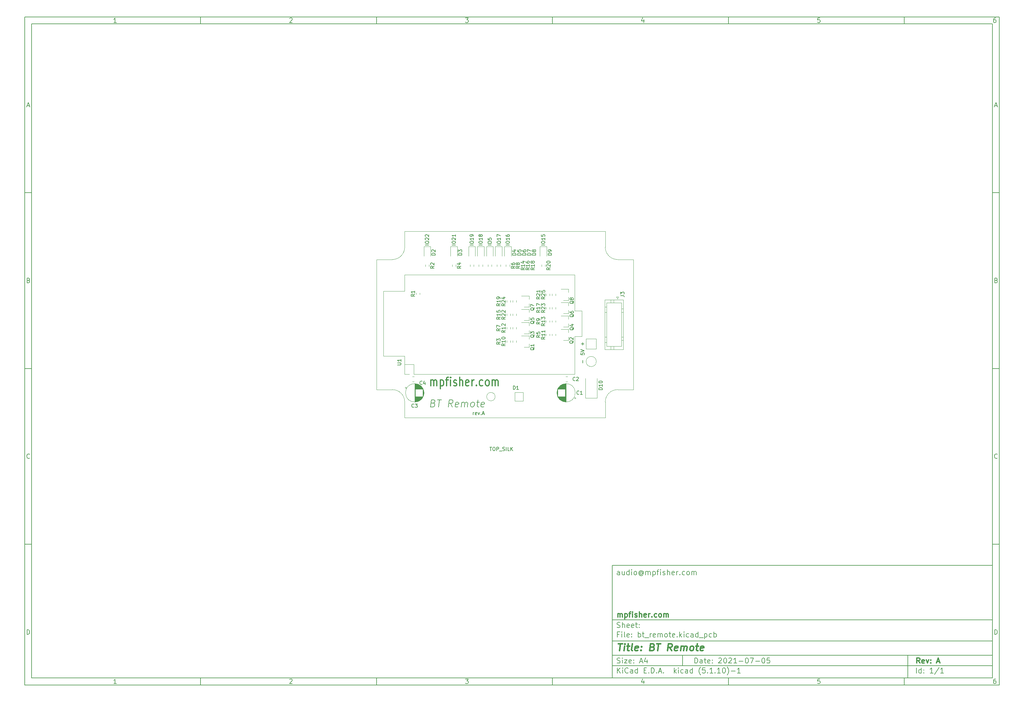
<source format=gbr>
G04 #@! TF.GenerationSoftware,KiCad,Pcbnew,(5.1.10)-1*
G04 #@! TF.CreationDate,2021-11-20T11:05:23+00:00*
G04 #@! TF.ProjectId,bt_remote,62745f72-656d-46f7-9465-2e6b69636164,A*
G04 #@! TF.SameCoordinates,PX68e7780PY7641700*
G04 #@! TF.FileFunction,Legend,Top*
G04 #@! TF.FilePolarity,Positive*
%FSLAX46Y46*%
G04 Gerber Fmt 4.6, Leading zero omitted, Abs format (unit mm)*
G04 Created by KiCad (PCBNEW (5.1.10)-1) date 2021-11-20 11:05:23*
%MOMM*%
%LPD*%
G01*
G04 APERTURE LIST*
%ADD10C,0.100000*%
%ADD11C,0.150000*%
%ADD12C,0.300000*%
%ADD13C,0.400000*%
%ADD14C,0.200000*%
G04 #@! TA.AperFunction,Profile*
%ADD15C,0.050000*%
G04 #@! TD*
%ADD16C,0.120000*%
G04 APERTURE END LIST*
D10*
D11*
X67002200Y-42007200D02*
X67002200Y-74007200D01*
X175002200Y-74007200D01*
X175002200Y-42007200D01*
X67002200Y-42007200D01*
D10*
D11*
X-100000000Y114000000D02*
X-100000000Y-76007200D01*
X177002200Y-76007200D01*
X177002200Y114000000D01*
X-100000000Y114000000D01*
D10*
D11*
X-98000000Y112000000D02*
X-98000000Y-74007200D01*
X175002200Y-74007200D01*
X175002200Y112000000D01*
X-98000000Y112000000D01*
D10*
D11*
X-50000000Y112000000D02*
X-50000000Y114000000D01*
D10*
D11*
X0Y112000000D02*
X0Y114000000D01*
D10*
D11*
X50000000Y112000000D02*
X50000000Y114000000D01*
D10*
D11*
X100000000Y112000000D02*
X100000000Y114000000D01*
D10*
D11*
X150000000Y112000000D02*
X150000000Y114000000D01*
D10*
D11*
X-73934524Y112411905D02*
X-74677381Y112411905D01*
X-74305953Y112411905D02*
X-74305953Y113711905D01*
X-74429762Y113526191D01*
X-74553572Y113402381D01*
X-74677381Y113340477D01*
D10*
D11*
X-24677381Y113588096D02*
X-24615477Y113650000D01*
X-24491667Y113711905D01*
X-24182143Y113711905D01*
X-24058334Y113650000D01*
X-23996429Y113588096D01*
X-23934524Y113464286D01*
X-23934524Y113340477D01*
X-23996429Y113154762D01*
X-24739286Y112411905D01*
X-23934524Y112411905D01*
D10*
D11*
X25260714Y113711905D02*
X26065476Y113711905D01*
X25632142Y113216667D01*
X25817857Y113216667D01*
X25941666Y113154762D01*
X26003571Y113092858D01*
X26065476Y112969048D01*
X26065476Y112659524D01*
X26003571Y112535715D01*
X25941666Y112473810D01*
X25817857Y112411905D01*
X25446428Y112411905D01*
X25322619Y112473810D01*
X25260714Y112535715D01*
D10*
D11*
X75941666Y113278572D02*
X75941666Y112411905D01*
X75632142Y113773810D02*
X75322619Y112845239D01*
X76127380Y112845239D01*
D10*
D11*
X126003571Y113711905D02*
X125384523Y113711905D01*
X125322619Y113092858D01*
X125384523Y113154762D01*
X125508333Y113216667D01*
X125817857Y113216667D01*
X125941666Y113154762D01*
X126003571Y113092858D01*
X126065476Y112969048D01*
X126065476Y112659524D01*
X126003571Y112535715D01*
X125941666Y112473810D01*
X125817857Y112411905D01*
X125508333Y112411905D01*
X125384523Y112473810D01*
X125322619Y112535715D01*
D10*
D11*
X175941666Y113711905D02*
X175694047Y113711905D01*
X175570238Y113650000D01*
X175508333Y113588096D01*
X175384523Y113402381D01*
X175322619Y113154762D01*
X175322619Y112659524D01*
X175384523Y112535715D01*
X175446428Y112473810D01*
X175570238Y112411905D01*
X175817857Y112411905D01*
X175941666Y112473810D01*
X176003571Y112535715D01*
X176065476Y112659524D01*
X176065476Y112969048D01*
X176003571Y113092858D01*
X175941666Y113154762D01*
X175817857Y113216667D01*
X175570238Y113216667D01*
X175446428Y113154762D01*
X175384523Y113092858D01*
X175322619Y112969048D01*
D10*
D11*
X-50000000Y-74007200D02*
X-50000000Y-76007200D01*
D10*
D11*
X0Y-74007200D02*
X0Y-76007200D01*
D10*
D11*
X50000000Y-74007200D02*
X50000000Y-76007200D01*
D10*
D11*
X100000000Y-74007200D02*
X100000000Y-76007200D01*
D10*
D11*
X150000000Y-74007200D02*
X150000000Y-76007200D01*
D10*
D11*
X-73934524Y-75595295D02*
X-74677381Y-75595295D01*
X-74305953Y-75595295D02*
X-74305953Y-74295295D01*
X-74429762Y-74481009D01*
X-74553572Y-74604819D01*
X-74677381Y-74666723D01*
D10*
D11*
X-24677381Y-74419104D02*
X-24615477Y-74357200D01*
X-24491667Y-74295295D01*
X-24182143Y-74295295D01*
X-24058334Y-74357200D01*
X-23996429Y-74419104D01*
X-23934524Y-74542914D01*
X-23934524Y-74666723D01*
X-23996429Y-74852438D01*
X-24739286Y-75595295D01*
X-23934524Y-75595295D01*
D10*
D11*
X25260714Y-74295295D02*
X26065476Y-74295295D01*
X25632142Y-74790533D01*
X25817857Y-74790533D01*
X25941666Y-74852438D01*
X26003571Y-74914342D01*
X26065476Y-75038152D01*
X26065476Y-75347676D01*
X26003571Y-75471485D01*
X25941666Y-75533390D01*
X25817857Y-75595295D01*
X25446428Y-75595295D01*
X25322619Y-75533390D01*
X25260714Y-75471485D01*
D10*
D11*
X75941666Y-74728628D02*
X75941666Y-75595295D01*
X75632142Y-74233390D02*
X75322619Y-75161961D01*
X76127380Y-75161961D01*
D10*
D11*
X126003571Y-74295295D02*
X125384523Y-74295295D01*
X125322619Y-74914342D01*
X125384523Y-74852438D01*
X125508333Y-74790533D01*
X125817857Y-74790533D01*
X125941666Y-74852438D01*
X126003571Y-74914342D01*
X126065476Y-75038152D01*
X126065476Y-75347676D01*
X126003571Y-75471485D01*
X125941666Y-75533390D01*
X125817857Y-75595295D01*
X125508333Y-75595295D01*
X125384523Y-75533390D01*
X125322619Y-75471485D01*
D10*
D11*
X175941666Y-74295295D02*
X175694047Y-74295295D01*
X175570238Y-74357200D01*
X175508333Y-74419104D01*
X175384523Y-74604819D01*
X175322619Y-74852438D01*
X175322619Y-75347676D01*
X175384523Y-75471485D01*
X175446428Y-75533390D01*
X175570238Y-75595295D01*
X175817857Y-75595295D01*
X175941666Y-75533390D01*
X176003571Y-75471485D01*
X176065476Y-75347676D01*
X176065476Y-75038152D01*
X176003571Y-74914342D01*
X175941666Y-74852438D01*
X175817857Y-74790533D01*
X175570238Y-74790533D01*
X175446428Y-74852438D01*
X175384523Y-74914342D01*
X175322619Y-75038152D01*
D10*
D11*
X-100000000Y64000000D02*
X-98000000Y64000000D01*
D10*
D11*
X-100000000Y14000000D02*
X-98000000Y14000000D01*
D10*
D11*
X-100000000Y-36000000D02*
X-98000000Y-36000000D01*
D10*
D11*
X-99309524Y88783334D02*
X-98690477Y88783334D01*
X-99433334Y88411905D02*
X-99000000Y89711905D01*
X-98566667Y88411905D01*
D10*
D11*
X-98907143Y39092858D02*
X-98721429Y39030953D01*
X-98659524Y38969048D01*
X-98597620Y38845239D01*
X-98597620Y38659524D01*
X-98659524Y38535715D01*
X-98721429Y38473810D01*
X-98845239Y38411905D01*
X-99340477Y38411905D01*
X-99340477Y39711905D01*
X-98907143Y39711905D01*
X-98783334Y39650000D01*
X-98721429Y39588096D01*
X-98659524Y39464286D01*
X-98659524Y39340477D01*
X-98721429Y39216667D01*
X-98783334Y39154762D01*
X-98907143Y39092858D01*
X-99340477Y39092858D01*
D10*
D11*
X-98597620Y-11464285D02*
X-98659524Y-11526190D01*
X-98845239Y-11588095D01*
X-98969048Y-11588095D01*
X-99154762Y-11526190D01*
X-99278572Y-11402380D01*
X-99340477Y-11278571D01*
X-99402381Y-11030952D01*
X-99402381Y-10845238D01*
X-99340477Y-10597619D01*
X-99278572Y-10473809D01*
X-99154762Y-10350000D01*
X-98969048Y-10288095D01*
X-98845239Y-10288095D01*
X-98659524Y-10350000D01*
X-98597620Y-10411904D01*
D10*
D11*
X-99340477Y-61588095D02*
X-99340477Y-60288095D01*
X-99030953Y-60288095D01*
X-98845239Y-60350000D01*
X-98721429Y-60473809D01*
X-98659524Y-60597619D01*
X-98597620Y-60845238D01*
X-98597620Y-61030952D01*
X-98659524Y-61278571D01*
X-98721429Y-61402380D01*
X-98845239Y-61526190D01*
X-99030953Y-61588095D01*
X-99340477Y-61588095D01*
D10*
D11*
X177002200Y64000000D02*
X175002200Y64000000D01*
D10*
D11*
X177002200Y14000000D02*
X175002200Y14000000D01*
D10*
D11*
X177002200Y-36000000D02*
X175002200Y-36000000D01*
D10*
D11*
X175692676Y88783334D02*
X176311723Y88783334D01*
X175568866Y88411905D02*
X176002200Y89711905D01*
X176435533Y88411905D01*
D10*
D11*
X176095057Y39092858D02*
X176280771Y39030953D01*
X176342676Y38969048D01*
X176404580Y38845239D01*
X176404580Y38659524D01*
X176342676Y38535715D01*
X176280771Y38473810D01*
X176156961Y38411905D01*
X175661723Y38411905D01*
X175661723Y39711905D01*
X176095057Y39711905D01*
X176218866Y39650000D01*
X176280771Y39588096D01*
X176342676Y39464286D01*
X176342676Y39340477D01*
X176280771Y39216667D01*
X176218866Y39154762D01*
X176095057Y39092858D01*
X175661723Y39092858D01*
D10*
D11*
X176404580Y-11464285D02*
X176342676Y-11526190D01*
X176156961Y-11588095D01*
X176033152Y-11588095D01*
X175847438Y-11526190D01*
X175723628Y-11402380D01*
X175661723Y-11278571D01*
X175599819Y-11030952D01*
X175599819Y-10845238D01*
X175661723Y-10597619D01*
X175723628Y-10473809D01*
X175847438Y-10350000D01*
X176033152Y-10288095D01*
X176156961Y-10288095D01*
X176342676Y-10350000D01*
X176404580Y-10411904D01*
D10*
D11*
X175661723Y-61588095D02*
X175661723Y-60288095D01*
X175971247Y-60288095D01*
X176156961Y-60350000D01*
X176280771Y-60473809D01*
X176342676Y-60597619D01*
X176404580Y-60845238D01*
X176404580Y-61030952D01*
X176342676Y-61278571D01*
X176280771Y-61402380D01*
X176156961Y-61526190D01*
X175971247Y-61588095D01*
X175661723Y-61588095D01*
D10*
D11*
X90434342Y-69785771D02*
X90434342Y-68285771D01*
X90791485Y-68285771D01*
X91005771Y-68357200D01*
X91148628Y-68500057D01*
X91220057Y-68642914D01*
X91291485Y-68928628D01*
X91291485Y-69142914D01*
X91220057Y-69428628D01*
X91148628Y-69571485D01*
X91005771Y-69714342D01*
X90791485Y-69785771D01*
X90434342Y-69785771D01*
X92577200Y-69785771D02*
X92577200Y-69000057D01*
X92505771Y-68857200D01*
X92362914Y-68785771D01*
X92077200Y-68785771D01*
X91934342Y-68857200D01*
X92577200Y-69714342D02*
X92434342Y-69785771D01*
X92077200Y-69785771D01*
X91934342Y-69714342D01*
X91862914Y-69571485D01*
X91862914Y-69428628D01*
X91934342Y-69285771D01*
X92077200Y-69214342D01*
X92434342Y-69214342D01*
X92577200Y-69142914D01*
X93077200Y-68785771D02*
X93648628Y-68785771D01*
X93291485Y-68285771D02*
X93291485Y-69571485D01*
X93362914Y-69714342D01*
X93505771Y-69785771D01*
X93648628Y-69785771D01*
X94720057Y-69714342D02*
X94577200Y-69785771D01*
X94291485Y-69785771D01*
X94148628Y-69714342D01*
X94077200Y-69571485D01*
X94077200Y-69000057D01*
X94148628Y-68857200D01*
X94291485Y-68785771D01*
X94577200Y-68785771D01*
X94720057Y-68857200D01*
X94791485Y-69000057D01*
X94791485Y-69142914D01*
X94077200Y-69285771D01*
X95434342Y-69642914D02*
X95505771Y-69714342D01*
X95434342Y-69785771D01*
X95362914Y-69714342D01*
X95434342Y-69642914D01*
X95434342Y-69785771D01*
X95434342Y-68857200D02*
X95505771Y-68928628D01*
X95434342Y-69000057D01*
X95362914Y-68928628D01*
X95434342Y-68857200D01*
X95434342Y-69000057D01*
X97220057Y-68428628D02*
X97291485Y-68357200D01*
X97434342Y-68285771D01*
X97791485Y-68285771D01*
X97934342Y-68357200D01*
X98005771Y-68428628D01*
X98077200Y-68571485D01*
X98077200Y-68714342D01*
X98005771Y-68928628D01*
X97148628Y-69785771D01*
X98077200Y-69785771D01*
X99005771Y-68285771D02*
X99148628Y-68285771D01*
X99291485Y-68357200D01*
X99362914Y-68428628D01*
X99434342Y-68571485D01*
X99505771Y-68857200D01*
X99505771Y-69214342D01*
X99434342Y-69500057D01*
X99362914Y-69642914D01*
X99291485Y-69714342D01*
X99148628Y-69785771D01*
X99005771Y-69785771D01*
X98862914Y-69714342D01*
X98791485Y-69642914D01*
X98720057Y-69500057D01*
X98648628Y-69214342D01*
X98648628Y-68857200D01*
X98720057Y-68571485D01*
X98791485Y-68428628D01*
X98862914Y-68357200D01*
X99005771Y-68285771D01*
X100077200Y-68428628D02*
X100148628Y-68357200D01*
X100291485Y-68285771D01*
X100648628Y-68285771D01*
X100791485Y-68357200D01*
X100862914Y-68428628D01*
X100934342Y-68571485D01*
X100934342Y-68714342D01*
X100862914Y-68928628D01*
X100005771Y-69785771D01*
X100934342Y-69785771D01*
X102362914Y-69785771D02*
X101505771Y-69785771D01*
X101934342Y-69785771D02*
X101934342Y-68285771D01*
X101791485Y-68500057D01*
X101648628Y-68642914D01*
X101505771Y-68714342D01*
X103005771Y-69214342D02*
X104148628Y-69214342D01*
X105148628Y-68285771D02*
X105291485Y-68285771D01*
X105434342Y-68357200D01*
X105505771Y-68428628D01*
X105577200Y-68571485D01*
X105648628Y-68857200D01*
X105648628Y-69214342D01*
X105577200Y-69500057D01*
X105505771Y-69642914D01*
X105434342Y-69714342D01*
X105291485Y-69785771D01*
X105148628Y-69785771D01*
X105005771Y-69714342D01*
X104934342Y-69642914D01*
X104862914Y-69500057D01*
X104791485Y-69214342D01*
X104791485Y-68857200D01*
X104862914Y-68571485D01*
X104934342Y-68428628D01*
X105005771Y-68357200D01*
X105148628Y-68285771D01*
X106148628Y-68285771D02*
X107148628Y-68285771D01*
X106505771Y-69785771D01*
X107720057Y-69214342D02*
X108862914Y-69214342D01*
X109862914Y-68285771D02*
X110005771Y-68285771D01*
X110148628Y-68357200D01*
X110220057Y-68428628D01*
X110291485Y-68571485D01*
X110362914Y-68857200D01*
X110362914Y-69214342D01*
X110291485Y-69500057D01*
X110220057Y-69642914D01*
X110148628Y-69714342D01*
X110005771Y-69785771D01*
X109862914Y-69785771D01*
X109720057Y-69714342D01*
X109648628Y-69642914D01*
X109577200Y-69500057D01*
X109505771Y-69214342D01*
X109505771Y-68857200D01*
X109577200Y-68571485D01*
X109648628Y-68428628D01*
X109720057Y-68357200D01*
X109862914Y-68285771D01*
X111720057Y-68285771D02*
X111005771Y-68285771D01*
X110934342Y-69000057D01*
X111005771Y-68928628D01*
X111148628Y-68857200D01*
X111505771Y-68857200D01*
X111648628Y-68928628D01*
X111720057Y-69000057D01*
X111791485Y-69142914D01*
X111791485Y-69500057D01*
X111720057Y-69642914D01*
X111648628Y-69714342D01*
X111505771Y-69785771D01*
X111148628Y-69785771D01*
X111005771Y-69714342D01*
X110934342Y-69642914D01*
D10*
D11*
X67002200Y-70507200D02*
X175002200Y-70507200D01*
D10*
D11*
X68434342Y-72585771D02*
X68434342Y-71085771D01*
X69291485Y-72585771D02*
X68648628Y-71728628D01*
X69291485Y-71085771D02*
X68434342Y-71942914D01*
X69934342Y-72585771D02*
X69934342Y-71585771D01*
X69934342Y-71085771D02*
X69862914Y-71157200D01*
X69934342Y-71228628D01*
X70005771Y-71157200D01*
X69934342Y-71085771D01*
X69934342Y-71228628D01*
X71505771Y-72442914D02*
X71434342Y-72514342D01*
X71220057Y-72585771D01*
X71077200Y-72585771D01*
X70862914Y-72514342D01*
X70720057Y-72371485D01*
X70648628Y-72228628D01*
X70577200Y-71942914D01*
X70577200Y-71728628D01*
X70648628Y-71442914D01*
X70720057Y-71300057D01*
X70862914Y-71157200D01*
X71077200Y-71085771D01*
X71220057Y-71085771D01*
X71434342Y-71157200D01*
X71505771Y-71228628D01*
X72791485Y-72585771D02*
X72791485Y-71800057D01*
X72720057Y-71657200D01*
X72577200Y-71585771D01*
X72291485Y-71585771D01*
X72148628Y-71657200D01*
X72791485Y-72514342D02*
X72648628Y-72585771D01*
X72291485Y-72585771D01*
X72148628Y-72514342D01*
X72077200Y-72371485D01*
X72077200Y-72228628D01*
X72148628Y-72085771D01*
X72291485Y-72014342D01*
X72648628Y-72014342D01*
X72791485Y-71942914D01*
X74148628Y-72585771D02*
X74148628Y-71085771D01*
X74148628Y-72514342D02*
X74005771Y-72585771D01*
X73720057Y-72585771D01*
X73577200Y-72514342D01*
X73505771Y-72442914D01*
X73434342Y-72300057D01*
X73434342Y-71871485D01*
X73505771Y-71728628D01*
X73577200Y-71657200D01*
X73720057Y-71585771D01*
X74005771Y-71585771D01*
X74148628Y-71657200D01*
X76005771Y-71800057D02*
X76505771Y-71800057D01*
X76720057Y-72585771D02*
X76005771Y-72585771D01*
X76005771Y-71085771D01*
X76720057Y-71085771D01*
X77362914Y-72442914D02*
X77434342Y-72514342D01*
X77362914Y-72585771D01*
X77291485Y-72514342D01*
X77362914Y-72442914D01*
X77362914Y-72585771D01*
X78077200Y-72585771D02*
X78077200Y-71085771D01*
X78434342Y-71085771D01*
X78648628Y-71157200D01*
X78791485Y-71300057D01*
X78862914Y-71442914D01*
X78934342Y-71728628D01*
X78934342Y-71942914D01*
X78862914Y-72228628D01*
X78791485Y-72371485D01*
X78648628Y-72514342D01*
X78434342Y-72585771D01*
X78077200Y-72585771D01*
X79577200Y-72442914D02*
X79648628Y-72514342D01*
X79577200Y-72585771D01*
X79505771Y-72514342D01*
X79577200Y-72442914D01*
X79577200Y-72585771D01*
X80220057Y-72157200D02*
X80934342Y-72157200D01*
X80077200Y-72585771D02*
X80577200Y-71085771D01*
X81077200Y-72585771D01*
X81577200Y-72442914D02*
X81648628Y-72514342D01*
X81577200Y-72585771D01*
X81505771Y-72514342D01*
X81577200Y-72442914D01*
X81577200Y-72585771D01*
X84577200Y-72585771D02*
X84577200Y-71085771D01*
X84720057Y-72014342D02*
X85148628Y-72585771D01*
X85148628Y-71585771D02*
X84577200Y-72157200D01*
X85791485Y-72585771D02*
X85791485Y-71585771D01*
X85791485Y-71085771D02*
X85720057Y-71157200D01*
X85791485Y-71228628D01*
X85862914Y-71157200D01*
X85791485Y-71085771D01*
X85791485Y-71228628D01*
X87148628Y-72514342D02*
X87005771Y-72585771D01*
X86720057Y-72585771D01*
X86577200Y-72514342D01*
X86505771Y-72442914D01*
X86434342Y-72300057D01*
X86434342Y-71871485D01*
X86505771Y-71728628D01*
X86577200Y-71657200D01*
X86720057Y-71585771D01*
X87005771Y-71585771D01*
X87148628Y-71657200D01*
X88434342Y-72585771D02*
X88434342Y-71800057D01*
X88362914Y-71657200D01*
X88220057Y-71585771D01*
X87934342Y-71585771D01*
X87791485Y-71657200D01*
X88434342Y-72514342D02*
X88291485Y-72585771D01*
X87934342Y-72585771D01*
X87791485Y-72514342D01*
X87720057Y-72371485D01*
X87720057Y-72228628D01*
X87791485Y-72085771D01*
X87934342Y-72014342D01*
X88291485Y-72014342D01*
X88434342Y-71942914D01*
X89791485Y-72585771D02*
X89791485Y-71085771D01*
X89791485Y-72514342D02*
X89648628Y-72585771D01*
X89362914Y-72585771D01*
X89220057Y-72514342D01*
X89148628Y-72442914D01*
X89077200Y-72300057D01*
X89077200Y-71871485D01*
X89148628Y-71728628D01*
X89220057Y-71657200D01*
X89362914Y-71585771D01*
X89648628Y-71585771D01*
X89791485Y-71657200D01*
X92077200Y-73157200D02*
X92005771Y-73085771D01*
X91862914Y-72871485D01*
X91791485Y-72728628D01*
X91720057Y-72514342D01*
X91648628Y-72157200D01*
X91648628Y-71871485D01*
X91720057Y-71514342D01*
X91791485Y-71300057D01*
X91862914Y-71157200D01*
X92005771Y-70942914D01*
X92077200Y-70871485D01*
X93362914Y-71085771D02*
X92648628Y-71085771D01*
X92577200Y-71800057D01*
X92648628Y-71728628D01*
X92791485Y-71657200D01*
X93148628Y-71657200D01*
X93291485Y-71728628D01*
X93362914Y-71800057D01*
X93434342Y-71942914D01*
X93434342Y-72300057D01*
X93362914Y-72442914D01*
X93291485Y-72514342D01*
X93148628Y-72585771D01*
X92791485Y-72585771D01*
X92648628Y-72514342D01*
X92577200Y-72442914D01*
X94077200Y-72442914D02*
X94148628Y-72514342D01*
X94077200Y-72585771D01*
X94005771Y-72514342D01*
X94077200Y-72442914D01*
X94077200Y-72585771D01*
X95577200Y-72585771D02*
X94720057Y-72585771D01*
X95148628Y-72585771D02*
X95148628Y-71085771D01*
X95005771Y-71300057D01*
X94862914Y-71442914D01*
X94720057Y-71514342D01*
X96220057Y-72442914D02*
X96291485Y-72514342D01*
X96220057Y-72585771D01*
X96148628Y-72514342D01*
X96220057Y-72442914D01*
X96220057Y-72585771D01*
X97720057Y-72585771D02*
X96862914Y-72585771D01*
X97291485Y-72585771D02*
X97291485Y-71085771D01*
X97148628Y-71300057D01*
X97005771Y-71442914D01*
X96862914Y-71514342D01*
X98648628Y-71085771D02*
X98791485Y-71085771D01*
X98934342Y-71157200D01*
X99005771Y-71228628D01*
X99077200Y-71371485D01*
X99148628Y-71657200D01*
X99148628Y-72014342D01*
X99077200Y-72300057D01*
X99005771Y-72442914D01*
X98934342Y-72514342D01*
X98791485Y-72585771D01*
X98648628Y-72585771D01*
X98505771Y-72514342D01*
X98434342Y-72442914D01*
X98362914Y-72300057D01*
X98291485Y-72014342D01*
X98291485Y-71657200D01*
X98362914Y-71371485D01*
X98434342Y-71228628D01*
X98505771Y-71157200D01*
X98648628Y-71085771D01*
X99648628Y-73157200D02*
X99720057Y-73085771D01*
X99862914Y-72871485D01*
X99934342Y-72728628D01*
X100005771Y-72514342D01*
X100077200Y-72157200D01*
X100077200Y-71871485D01*
X100005771Y-71514342D01*
X99934342Y-71300057D01*
X99862914Y-71157200D01*
X99720057Y-70942914D01*
X99648628Y-70871485D01*
X100791485Y-72014342D02*
X101934342Y-72014342D01*
X103434342Y-72585771D02*
X102577200Y-72585771D01*
X103005771Y-72585771D02*
X103005771Y-71085771D01*
X102862914Y-71300057D01*
X102720057Y-71442914D01*
X102577200Y-71514342D01*
D10*
D11*
X67002200Y-67507200D02*
X175002200Y-67507200D01*
D10*
D12*
X154411485Y-69785771D02*
X153911485Y-69071485D01*
X153554342Y-69785771D02*
X153554342Y-68285771D01*
X154125771Y-68285771D01*
X154268628Y-68357200D01*
X154340057Y-68428628D01*
X154411485Y-68571485D01*
X154411485Y-68785771D01*
X154340057Y-68928628D01*
X154268628Y-69000057D01*
X154125771Y-69071485D01*
X153554342Y-69071485D01*
X155625771Y-69714342D02*
X155482914Y-69785771D01*
X155197200Y-69785771D01*
X155054342Y-69714342D01*
X154982914Y-69571485D01*
X154982914Y-69000057D01*
X155054342Y-68857200D01*
X155197200Y-68785771D01*
X155482914Y-68785771D01*
X155625771Y-68857200D01*
X155697200Y-69000057D01*
X155697200Y-69142914D01*
X154982914Y-69285771D01*
X156197200Y-68785771D02*
X156554342Y-69785771D01*
X156911485Y-68785771D01*
X157482914Y-69642914D02*
X157554342Y-69714342D01*
X157482914Y-69785771D01*
X157411485Y-69714342D01*
X157482914Y-69642914D01*
X157482914Y-69785771D01*
X157482914Y-68857200D02*
X157554342Y-68928628D01*
X157482914Y-69000057D01*
X157411485Y-68928628D01*
X157482914Y-68857200D01*
X157482914Y-69000057D01*
X159268628Y-69357200D02*
X159982914Y-69357200D01*
X159125771Y-69785771D02*
X159625771Y-68285771D01*
X160125771Y-69785771D01*
D10*
D11*
X68362914Y-69714342D02*
X68577200Y-69785771D01*
X68934342Y-69785771D01*
X69077200Y-69714342D01*
X69148628Y-69642914D01*
X69220057Y-69500057D01*
X69220057Y-69357200D01*
X69148628Y-69214342D01*
X69077200Y-69142914D01*
X68934342Y-69071485D01*
X68648628Y-69000057D01*
X68505771Y-68928628D01*
X68434342Y-68857200D01*
X68362914Y-68714342D01*
X68362914Y-68571485D01*
X68434342Y-68428628D01*
X68505771Y-68357200D01*
X68648628Y-68285771D01*
X69005771Y-68285771D01*
X69220057Y-68357200D01*
X69862914Y-69785771D02*
X69862914Y-68785771D01*
X69862914Y-68285771D02*
X69791485Y-68357200D01*
X69862914Y-68428628D01*
X69934342Y-68357200D01*
X69862914Y-68285771D01*
X69862914Y-68428628D01*
X70434342Y-68785771D02*
X71220057Y-68785771D01*
X70434342Y-69785771D01*
X71220057Y-69785771D01*
X72362914Y-69714342D02*
X72220057Y-69785771D01*
X71934342Y-69785771D01*
X71791485Y-69714342D01*
X71720057Y-69571485D01*
X71720057Y-69000057D01*
X71791485Y-68857200D01*
X71934342Y-68785771D01*
X72220057Y-68785771D01*
X72362914Y-68857200D01*
X72434342Y-69000057D01*
X72434342Y-69142914D01*
X71720057Y-69285771D01*
X73077200Y-69642914D02*
X73148628Y-69714342D01*
X73077200Y-69785771D01*
X73005771Y-69714342D01*
X73077200Y-69642914D01*
X73077200Y-69785771D01*
X73077200Y-68857200D02*
X73148628Y-68928628D01*
X73077200Y-69000057D01*
X73005771Y-68928628D01*
X73077200Y-68857200D01*
X73077200Y-69000057D01*
X74862914Y-69357200D02*
X75577200Y-69357200D01*
X74720057Y-69785771D02*
X75220057Y-68285771D01*
X75720057Y-69785771D01*
X76862914Y-68785771D02*
X76862914Y-69785771D01*
X76505771Y-68214342D02*
X76148628Y-69285771D01*
X77077200Y-69285771D01*
D10*
D11*
X153434342Y-72585771D02*
X153434342Y-71085771D01*
X154791485Y-72585771D02*
X154791485Y-71085771D01*
X154791485Y-72514342D02*
X154648628Y-72585771D01*
X154362914Y-72585771D01*
X154220057Y-72514342D01*
X154148628Y-72442914D01*
X154077200Y-72300057D01*
X154077200Y-71871485D01*
X154148628Y-71728628D01*
X154220057Y-71657200D01*
X154362914Y-71585771D01*
X154648628Y-71585771D01*
X154791485Y-71657200D01*
X155505771Y-72442914D02*
X155577200Y-72514342D01*
X155505771Y-72585771D01*
X155434342Y-72514342D01*
X155505771Y-72442914D01*
X155505771Y-72585771D01*
X155505771Y-71657200D02*
X155577200Y-71728628D01*
X155505771Y-71800057D01*
X155434342Y-71728628D01*
X155505771Y-71657200D01*
X155505771Y-71800057D01*
X158148628Y-72585771D02*
X157291485Y-72585771D01*
X157720057Y-72585771D02*
X157720057Y-71085771D01*
X157577200Y-71300057D01*
X157434342Y-71442914D01*
X157291485Y-71514342D01*
X159862914Y-71014342D02*
X158577200Y-72942914D01*
X161148628Y-72585771D02*
X160291485Y-72585771D01*
X160720057Y-72585771D02*
X160720057Y-71085771D01*
X160577200Y-71300057D01*
X160434342Y-71442914D01*
X160291485Y-71514342D01*
D10*
D11*
X67002200Y-63507200D02*
X175002200Y-63507200D01*
D10*
D13*
X68714580Y-64211961D02*
X69857438Y-64211961D01*
X69036009Y-66211961D02*
X69286009Y-64211961D01*
X70274104Y-66211961D02*
X70440771Y-64878628D01*
X70524104Y-64211961D02*
X70416961Y-64307200D01*
X70500295Y-64402438D01*
X70607438Y-64307200D01*
X70524104Y-64211961D01*
X70500295Y-64402438D01*
X71107438Y-64878628D02*
X71869342Y-64878628D01*
X71476485Y-64211961D02*
X71262200Y-65926247D01*
X71333628Y-66116723D01*
X71512200Y-66211961D01*
X71702676Y-66211961D01*
X72655057Y-66211961D02*
X72476485Y-66116723D01*
X72405057Y-65926247D01*
X72619342Y-64211961D01*
X74190771Y-66116723D02*
X73988390Y-66211961D01*
X73607438Y-66211961D01*
X73428866Y-66116723D01*
X73357438Y-65926247D01*
X73452676Y-65164342D01*
X73571723Y-64973866D01*
X73774104Y-64878628D01*
X74155057Y-64878628D01*
X74333628Y-64973866D01*
X74405057Y-65164342D01*
X74381247Y-65354819D01*
X73405057Y-65545295D01*
X75155057Y-66021485D02*
X75238390Y-66116723D01*
X75131247Y-66211961D01*
X75047914Y-66116723D01*
X75155057Y-66021485D01*
X75131247Y-66211961D01*
X75286009Y-64973866D02*
X75369342Y-65069104D01*
X75262200Y-65164342D01*
X75178866Y-65069104D01*
X75286009Y-64973866D01*
X75262200Y-65164342D01*
X78405057Y-65164342D02*
X78678866Y-65259580D01*
X78762200Y-65354819D01*
X78833628Y-65545295D01*
X78797914Y-65831009D01*
X78678866Y-66021485D01*
X78571723Y-66116723D01*
X78369342Y-66211961D01*
X77607438Y-66211961D01*
X77857438Y-64211961D01*
X78524104Y-64211961D01*
X78702676Y-64307200D01*
X78786009Y-64402438D01*
X78857438Y-64592914D01*
X78833628Y-64783390D01*
X78714580Y-64973866D01*
X78607438Y-65069104D01*
X78405057Y-65164342D01*
X77738390Y-65164342D01*
X79571723Y-64211961D02*
X80714580Y-64211961D01*
X79893152Y-66211961D02*
X80143152Y-64211961D01*
X83797914Y-66211961D02*
X83250295Y-65259580D01*
X82655057Y-66211961D02*
X82905057Y-64211961D01*
X83666961Y-64211961D01*
X83845533Y-64307200D01*
X83928866Y-64402438D01*
X84000295Y-64592914D01*
X83964580Y-64878628D01*
X83845533Y-65069104D01*
X83738390Y-65164342D01*
X83536009Y-65259580D01*
X82774104Y-65259580D01*
X85428866Y-66116723D02*
X85226485Y-66211961D01*
X84845533Y-66211961D01*
X84666961Y-66116723D01*
X84595533Y-65926247D01*
X84690771Y-65164342D01*
X84809819Y-64973866D01*
X85012200Y-64878628D01*
X85393152Y-64878628D01*
X85571723Y-64973866D01*
X85643152Y-65164342D01*
X85619342Y-65354819D01*
X84643152Y-65545295D01*
X86369342Y-66211961D02*
X86536009Y-64878628D01*
X86512200Y-65069104D02*
X86619342Y-64973866D01*
X86821723Y-64878628D01*
X87107438Y-64878628D01*
X87286009Y-64973866D01*
X87357438Y-65164342D01*
X87226485Y-66211961D01*
X87357438Y-65164342D02*
X87476485Y-64973866D01*
X87678866Y-64878628D01*
X87964580Y-64878628D01*
X88143152Y-64973866D01*
X88214580Y-65164342D01*
X88083628Y-66211961D01*
X89321723Y-66211961D02*
X89143152Y-66116723D01*
X89059819Y-66021485D01*
X88988390Y-65831009D01*
X89059819Y-65259580D01*
X89178866Y-65069104D01*
X89286009Y-64973866D01*
X89488390Y-64878628D01*
X89774104Y-64878628D01*
X89952676Y-64973866D01*
X90036009Y-65069104D01*
X90107438Y-65259580D01*
X90036009Y-65831009D01*
X89916961Y-66021485D01*
X89809819Y-66116723D01*
X89607438Y-66211961D01*
X89321723Y-66211961D01*
X90726485Y-64878628D02*
X91488390Y-64878628D01*
X91095533Y-64211961D02*
X90881247Y-65926247D01*
X90952676Y-66116723D01*
X91131247Y-66211961D01*
X91321723Y-66211961D01*
X92762200Y-66116723D02*
X92559819Y-66211961D01*
X92178866Y-66211961D01*
X92000295Y-66116723D01*
X91928866Y-65926247D01*
X92024104Y-65164342D01*
X92143152Y-64973866D01*
X92345533Y-64878628D01*
X92726485Y-64878628D01*
X92905057Y-64973866D01*
X92976485Y-65164342D01*
X92952676Y-65354819D01*
X91976485Y-65545295D01*
D10*
D11*
X68934342Y-61600057D02*
X68434342Y-61600057D01*
X68434342Y-62385771D02*
X68434342Y-60885771D01*
X69148628Y-60885771D01*
X69720057Y-62385771D02*
X69720057Y-61385771D01*
X69720057Y-60885771D02*
X69648628Y-60957200D01*
X69720057Y-61028628D01*
X69791485Y-60957200D01*
X69720057Y-60885771D01*
X69720057Y-61028628D01*
X70648628Y-62385771D02*
X70505771Y-62314342D01*
X70434342Y-62171485D01*
X70434342Y-60885771D01*
X71791485Y-62314342D02*
X71648628Y-62385771D01*
X71362914Y-62385771D01*
X71220057Y-62314342D01*
X71148628Y-62171485D01*
X71148628Y-61600057D01*
X71220057Y-61457200D01*
X71362914Y-61385771D01*
X71648628Y-61385771D01*
X71791485Y-61457200D01*
X71862914Y-61600057D01*
X71862914Y-61742914D01*
X71148628Y-61885771D01*
X72505771Y-62242914D02*
X72577200Y-62314342D01*
X72505771Y-62385771D01*
X72434342Y-62314342D01*
X72505771Y-62242914D01*
X72505771Y-62385771D01*
X72505771Y-61457200D02*
X72577200Y-61528628D01*
X72505771Y-61600057D01*
X72434342Y-61528628D01*
X72505771Y-61457200D01*
X72505771Y-61600057D01*
X74362914Y-62385771D02*
X74362914Y-60885771D01*
X74362914Y-61457200D02*
X74505771Y-61385771D01*
X74791485Y-61385771D01*
X74934342Y-61457200D01*
X75005771Y-61528628D01*
X75077200Y-61671485D01*
X75077200Y-62100057D01*
X75005771Y-62242914D01*
X74934342Y-62314342D01*
X74791485Y-62385771D01*
X74505771Y-62385771D01*
X74362914Y-62314342D01*
X75505771Y-61385771D02*
X76077200Y-61385771D01*
X75720057Y-60885771D02*
X75720057Y-62171485D01*
X75791485Y-62314342D01*
X75934342Y-62385771D01*
X76077200Y-62385771D01*
X76220057Y-62528628D02*
X77362914Y-62528628D01*
X77720057Y-62385771D02*
X77720057Y-61385771D01*
X77720057Y-61671485D02*
X77791485Y-61528628D01*
X77862914Y-61457200D01*
X78005771Y-61385771D01*
X78148628Y-61385771D01*
X79220057Y-62314342D02*
X79077200Y-62385771D01*
X78791485Y-62385771D01*
X78648628Y-62314342D01*
X78577200Y-62171485D01*
X78577200Y-61600057D01*
X78648628Y-61457200D01*
X78791485Y-61385771D01*
X79077200Y-61385771D01*
X79220057Y-61457200D01*
X79291485Y-61600057D01*
X79291485Y-61742914D01*
X78577200Y-61885771D01*
X79934342Y-62385771D02*
X79934342Y-61385771D01*
X79934342Y-61528628D02*
X80005771Y-61457200D01*
X80148628Y-61385771D01*
X80362914Y-61385771D01*
X80505771Y-61457200D01*
X80577200Y-61600057D01*
X80577200Y-62385771D01*
X80577200Y-61600057D02*
X80648628Y-61457200D01*
X80791485Y-61385771D01*
X81005771Y-61385771D01*
X81148628Y-61457200D01*
X81220057Y-61600057D01*
X81220057Y-62385771D01*
X82148628Y-62385771D02*
X82005771Y-62314342D01*
X81934342Y-62242914D01*
X81862914Y-62100057D01*
X81862914Y-61671485D01*
X81934342Y-61528628D01*
X82005771Y-61457200D01*
X82148628Y-61385771D01*
X82362914Y-61385771D01*
X82505771Y-61457200D01*
X82577200Y-61528628D01*
X82648628Y-61671485D01*
X82648628Y-62100057D01*
X82577200Y-62242914D01*
X82505771Y-62314342D01*
X82362914Y-62385771D01*
X82148628Y-62385771D01*
X83077200Y-61385771D02*
X83648628Y-61385771D01*
X83291485Y-60885771D02*
X83291485Y-62171485D01*
X83362914Y-62314342D01*
X83505771Y-62385771D01*
X83648628Y-62385771D01*
X84720057Y-62314342D02*
X84577200Y-62385771D01*
X84291485Y-62385771D01*
X84148628Y-62314342D01*
X84077200Y-62171485D01*
X84077200Y-61600057D01*
X84148628Y-61457200D01*
X84291485Y-61385771D01*
X84577200Y-61385771D01*
X84720057Y-61457200D01*
X84791485Y-61600057D01*
X84791485Y-61742914D01*
X84077200Y-61885771D01*
X85434342Y-62242914D02*
X85505771Y-62314342D01*
X85434342Y-62385771D01*
X85362914Y-62314342D01*
X85434342Y-62242914D01*
X85434342Y-62385771D01*
X86148628Y-62385771D02*
X86148628Y-60885771D01*
X86291485Y-61814342D02*
X86720057Y-62385771D01*
X86720057Y-61385771D02*
X86148628Y-61957200D01*
X87362914Y-62385771D02*
X87362914Y-61385771D01*
X87362914Y-60885771D02*
X87291485Y-60957200D01*
X87362914Y-61028628D01*
X87434342Y-60957200D01*
X87362914Y-60885771D01*
X87362914Y-61028628D01*
X88720057Y-62314342D02*
X88577200Y-62385771D01*
X88291485Y-62385771D01*
X88148628Y-62314342D01*
X88077200Y-62242914D01*
X88005771Y-62100057D01*
X88005771Y-61671485D01*
X88077200Y-61528628D01*
X88148628Y-61457200D01*
X88291485Y-61385771D01*
X88577200Y-61385771D01*
X88720057Y-61457200D01*
X90005771Y-62385771D02*
X90005771Y-61600057D01*
X89934342Y-61457200D01*
X89791485Y-61385771D01*
X89505771Y-61385771D01*
X89362914Y-61457200D01*
X90005771Y-62314342D02*
X89862914Y-62385771D01*
X89505771Y-62385771D01*
X89362914Y-62314342D01*
X89291485Y-62171485D01*
X89291485Y-62028628D01*
X89362914Y-61885771D01*
X89505771Y-61814342D01*
X89862914Y-61814342D01*
X90005771Y-61742914D01*
X91362914Y-62385771D02*
X91362914Y-60885771D01*
X91362914Y-62314342D02*
X91220057Y-62385771D01*
X90934342Y-62385771D01*
X90791485Y-62314342D01*
X90720057Y-62242914D01*
X90648628Y-62100057D01*
X90648628Y-61671485D01*
X90720057Y-61528628D01*
X90791485Y-61457200D01*
X90934342Y-61385771D01*
X91220057Y-61385771D01*
X91362914Y-61457200D01*
X91720057Y-62528628D02*
X92862914Y-62528628D01*
X93220057Y-61385771D02*
X93220057Y-62885771D01*
X93220057Y-61457200D02*
X93362914Y-61385771D01*
X93648628Y-61385771D01*
X93791485Y-61457200D01*
X93862914Y-61528628D01*
X93934342Y-61671485D01*
X93934342Y-62100057D01*
X93862914Y-62242914D01*
X93791485Y-62314342D01*
X93648628Y-62385771D01*
X93362914Y-62385771D01*
X93220057Y-62314342D01*
X95220057Y-62314342D02*
X95077200Y-62385771D01*
X94791485Y-62385771D01*
X94648628Y-62314342D01*
X94577200Y-62242914D01*
X94505771Y-62100057D01*
X94505771Y-61671485D01*
X94577200Y-61528628D01*
X94648628Y-61457200D01*
X94791485Y-61385771D01*
X95077200Y-61385771D01*
X95220057Y-61457200D01*
X95862914Y-62385771D02*
X95862914Y-60885771D01*
X95862914Y-61457200D02*
X96005771Y-61385771D01*
X96291485Y-61385771D01*
X96434342Y-61457200D01*
X96505771Y-61528628D01*
X96577200Y-61671485D01*
X96577200Y-62100057D01*
X96505771Y-62242914D01*
X96434342Y-62314342D01*
X96291485Y-62385771D01*
X96005771Y-62385771D01*
X95862914Y-62314342D01*
D10*
D11*
X67002200Y-57507200D02*
X175002200Y-57507200D01*
D10*
D11*
X68362914Y-59614342D02*
X68577200Y-59685771D01*
X68934342Y-59685771D01*
X69077200Y-59614342D01*
X69148628Y-59542914D01*
X69220057Y-59400057D01*
X69220057Y-59257200D01*
X69148628Y-59114342D01*
X69077200Y-59042914D01*
X68934342Y-58971485D01*
X68648628Y-58900057D01*
X68505771Y-58828628D01*
X68434342Y-58757200D01*
X68362914Y-58614342D01*
X68362914Y-58471485D01*
X68434342Y-58328628D01*
X68505771Y-58257200D01*
X68648628Y-58185771D01*
X69005771Y-58185771D01*
X69220057Y-58257200D01*
X69862914Y-59685771D02*
X69862914Y-58185771D01*
X70505771Y-59685771D02*
X70505771Y-58900057D01*
X70434342Y-58757200D01*
X70291485Y-58685771D01*
X70077200Y-58685771D01*
X69934342Y-58757200D01*
X69862914Y-58828628D01*
X71791485Y-59614342D02*
X71648628Y-59685771D01*
X71362914Y-59685771D01*
X71220057Y-59614342D01*
X71148628Y-59471485D01*
X71148628Y-58900057D01*
X71220057Y-58757200D01*
X71362914Y-58685771D01*
X71648628Y-58685771D01*
X71791485Y-58757200D01*
X71862914Y-58900057D01*
X71862914Y-59042914D01*
X71148628Y-59185771D01*
X73077200Y-59614342D02*
X72934342Y-59685771D01*
X72648628Y-59685771D01*
X72505771Y-59614342D01*
X72434342Y-59471485D01*
X72434342Y-58900057D01*
X72505771Y-58757200D01*
X72648628Y-58685771D01*
X72934342Y-58685771D01*
X73077200Y-58757200D01*
X73148628Y-58900057D01*
X73148628Y-59042914D01*
X72434342Y-59185771D01*
X73577200Y-58685771D02*
X74148628Y-58685771D01*
X73791485Y-58185771D02*
X73791485Y-59471485D01*
X73862914Y-59614342D01*
X74005771Y-59685771D01*
X74148628Y-59685771D01*
X74648628Y-59542914D02*
X74720057Y-59614342D01*
X74648628Y-59685771D01*
X74577200Y-59614342D01*
X74648628Y-59542914D01*
X74648628Y-59685771D01*
X74648628Y-58757200D02*
X74720057Y-58828628D01*
X74648628Y-58900057D01*
X74577200Y-58828628D01*
X74648628Y-58757200D01*
X74648628Y-58900057D01*
D10*
D12*
X68554342Y-56685771D02*
X68554342Y-55685771D01*
X68554342Y-55828628D02*
X68625771Y-55757200D01*
X68768628Y-55685771D01*
X68982914Y-55685771D01*
X69125771Y-55757200D01*
X69197200Y-55900057D01*
X69197200Y-56685771D01*
X69197200Y-55900057D02*
X69268628Y-55757200D01*
X69411485Y-55685771D01*
X69625771Y-55685771D01*
X69768628Y-55757200D01*
X69840057Y-55900057D01*
X69840057Y-56685771D01*
X70554342Y-55685771D02*
X70554342Y-57185771D01*
X70554342Y-55757200D02*
X70697200Y-55685771D01*
X70982914Y-55685771D01*
X71125771Y-55757200D01*
X71197200Y-55828628D01*
X71268628Y-55971485D01*
X71268628Y-56400057D01*
X71197200Y-56542914D01*
X71125771Y-56614342D01*
X70982914Y-56685771D01*
X70697200Y-56685771D01*
X70554342Y-56614342D01*
X71697200Y-55685771D02*
X72268628Y-55685771D01*
X71911485Y-56685771D02*
X71911485Y-55400057D01*
X71982914Y-55257200D01*
X72125771Y-55185771D01*
X72268628Y-55185771D01*
X72768628Y-56685771D02*
X72768628Y-55685771D01*
X72768628Y-55185771D02*
X72697200Y-55257200D01*
X72768628Y-55328628D01*
X72840057Y-55257200D01*
X72768628Y-55185771D01*
X72768628Y-55328628D01*
X73411485Y-56614342D02*
X73554342Y-56685771D01*
X73840057Y-56685771D01*
X73982914Y-56614342D01*
X74054342Y-56471485D01*
X74054342Y-56400057D01*
X73982914Y-56257200D01*
X73840057Y-56185771D01*
X73625771Y-56185771D01*
X73482914Y-56114342D01*
X73411485Y-55971485D01*
X73411485Y-55900057D01*
X73482914Y-55757200D01*
X73625771Y-55685771D01*
X73840057Y-55685771D01*
X73982914Y-55757200D01*
X74697200Y-56685771D02*
X74697200Y-55185771D01*
X75340057Y-56685771D02*
X75340057Y-55900057D01*
X75268628Y-55757200D01*
X75125771Y-55685771D01*
X74911485Y-55685771D01*
X74768628Y-55757200D01*
X74697200Y-55828628D01*
X76625771Y-56614342D02*
X76482914Y-56685771D01*
X76197200Y-56685771D01*
X76054342Y-56614342D01*
X75982914Y-56471485D01*
X75982914Y-55900057D01*
X76054342Y-55757200D01*
X76197200Y-55685771D01*
X76482914Y-55685771D01*
X76625771Y-55757200D01*
X76697200Y-55900057D01*
X76697200Y-56042914D01*
X75982914Y-56185771D01*
X77340057Y-56685771D02*
X77340057Y-55685771D01*
X77340057Y-55971485D02*
X77411485Y-55828628D01*
X77482914Y-55757200D01*
X77625771Y-55685771D01*
X77768628Y-55685771D01*
X78268628Y-56542914D02*
X78340057Y-56614342D01*
X78268628Y-56685771D01*
X78197200Y-56614342D01*
X78268628Y-56542914D01*
X78268628Y-56685771D01*
X79625771Y-56614342D02*
X79482914Y-56685771D01*
X79197200Y-56685771D01*
X79054342Y-56614342D01*
X78982914Y-56542914D01*
X78911485Y-56400057D01*
X78911485Y-55971485D01*
X78982914Y-55828628D01*
X79054342Y-55757200D01*
X79197200Y-55685771D01*
X79482914Y-55685771D01*
X79625771Y-55757200D01*
X80482914Y-56685771D02*
X80340057Y-56614342D01*
X80268628Y-56542914D01*
X80197200Y-56400057D01*
X80197200Y-55971485D01*
X80268628Y-55828628D01*
X80340057Y-55757200D01*
X80482914Y-55685771D01*
X80697200Y-55685771D01*
X80840057Y-55757200D01*
X80911485Y-55828628D01*
X80982914Y-55971485D01*
X80982914Y-56400057D01*
X80911485Y-56542914D01*
X80840057Y-56614342D01*
X80697200Y-56685771D01*
X80482914Y-56685771D01*
X81625771Y-56685771D02*
X81625771Y-55685771D01*
X81625771Y-55828628D02*
X81697200Y-55757200D01*
X81840057Y-55685771D01*
X82054342Y-55685771D01*
X82197200Y-55757200D01*
X82268628Y-55900057D01*
X82268628Y-56685771D01*
X82268628Y-55900057D02*
X82340057Y-55757200D01*
X82482914Y-55685771D01*
X82697200Y-55685771D01*
X82840057Y-55757200D01*
X82911485Y-55900057D01*
X82911485Y-56685771D01*
D10*
D11*
X69077200Y-44685771D02*
X69077200Y-43900057D01*
X69005771Y-43757200D01*
X68862914Y-43685771D01*
X68577200Y-43685771D01*
X68434342Y-43757200D01*
X69077200Y-44614342D02*
X68934342Y-44685771D01*
X68577200Y-44685771D01*
X68434342Y-44614342D01*
X68362914Y-44471485D01*
X68362914Y-44328628D01*
X68434342Y-44185771D01*
X68577200Y-44114342D01*
X68934342Y-44114342D01*
X69077200Y-44042914D01*
X70434342Y-43685771D02*
X70434342Y-44685771D01*
X69791485Y-43685771D02*
X69791485Y-44471485D01*
X69862914Y-44614342D01*
X70005771Y-44685771D01*
X70220057Y-44685771D01*
X70362914Y-44614342D01*
X70434342Y-44542914D01*
X71791485Y-44685771D02*
X71791485Y-43185771D01*
X71791485Y-44614342D02*
X71648628Y-44685771D01*
X71362914Y-44685771D01*
X71220057Y-44614342D01*
X71148628Y-44542914D01*
X71077200Y-44400057D01*
X71077200Y-43971485D01*
X71148628Y-43828628D01*
X71220057Y-43757200D01*
X71362914Y-43685771D01*
X71648628Y-43685771D01*
X71791485Y-43757200D01*
X72505771Y-44685771D02*
X72505771Y-43685771D01*
X72505771Y-43185771D02*
X72434342Y-43257200D01*
X72505771Y-43328628D01*
X72577200Y-43257200D01*
X72505771Y-43185771D01*
X72505771Y-43328628D01*
X73434342Y-44685771D02*
X73291485Y-44614342D01*
X73220057Y-44542914D01*
X73148628Y-44400057D01*
X73148628Y-43971485D01*
X73220057Y-43828628D01*
X73291485Y-43757200D01*
X73434342Y-43685771D01*
X73648628Y-43685771D01*
X73791485Y-43757200D01*
X73862914Y-43828628D01*
X73934342Y-43971485D01*
X73934342Y-44400057D01*
X73862914Y-44542914D01*
X73791485Y-44614342D01*
X73648628Y-44685771D01*
X73434342Y-44685771D01*
X75505771Y-43971485D02*
X75434342Y-43900057D01*
X75291485Y-43828628D01*
X75148628Y-43828628D01*
X75005771Y-43900057D01*
X74934342Y-43971485D01*
X74862914Y-44114342D01*
X74862914Y-44257200D01*
X74934342Y-44400057D01*
X75005771Y-44471485D01*
X75148628Y-44542914D01*
X75291485Y-44542914D01*
X75434342Y-44471485D01*
X75505771Y-44400057D01*
X75505771Y-43828628D02*
X75505771Y-44400057D01*
X75577200Y-44471485D01*
X75648628Y-44471485D01*
X75791485Y-44400057D01*
X75862914Y-44257200D01*
X75862914Y-43900057D01*
X75720057Y-43685771D01*
X75505771Y-43542914D01*
X75220057Y-43471485D01*
X74934342Y-43542914D01*
X74720057Y-43685771D01*
X74577200Y-43900057D01*
X74505771Y-44185771D01*
X74577200Y-44471485D01*
X74720057Y-44685771D01*
X74934342Y-44828628D01*
X75220057Y-44900057D01*
X75505771Y-44828628D01*
X75720057Y-44685771D01*
X76505771Y-44685771D02*
X76505771Y-43685771D01*
X76505771Y-43828628D02*
X76577200Y-43757200D01*
X76720057Y-43685771D01*
X76934342Y-43685771D01*
X77077200Y-43757200D01*
X77148628Y-43900057D01*
X77148628Y-44685771D01*
X77148628Y-43900057D02*
X77220057Y-43757200D01*
X77362914Y-43685771D01*
X77577200Y-43685771D01*
X77720057Y-43757200D01*
X77791485Y-43900057D01*
X77791485Y-44685771D01*
X78505771Y-43685771D02*
X78505771Y-45185771D01*
X78505771Y-43757200D02*
X78648628Y-43685771D01*
X78934342Y-43685771D01*
X79077200Y-43757200D01*
X79148628Y-43828628D01*
X79220057Y-43971485D01*
X79220057Y-44400057D01*
X79148628Y-44542914D01*
X79077200Y-44614342D01*
X78934342Y-44685771D01*
X78648628Y-44685771D01*
X78505771Y-44614342D01*
X79648628Y-43685771D02*
X80220057Y-43685771D01*
X79862914Y-44685771D02*
X79862914Y-43400057D01*
X79934342Y-43257200D01*
X80077200Y-43185771D01*
X80220057Y-43185771D01*
X80720057Y-44685771D02*
X80720057Y-43685771D01*
X80720057Y-43185771D02*
X80648628Y-43257200D01*
X80720057Y-43328628D01*
X80791485Y-43257200D01*
X80720057Y-43185771D01*
X80720057Y-43328628D01*
X81362914Y-44614342D02*
X81505771Y-44685771D01*
X81791485Y-44685771D01*
X81934342Y-44614342D01*
X82005771Y-44471485D01*
X82005771Y-44400057D01*
X81934342Y-44257200D01*
X81791485Y-44185771D01*
X81577200Y-44185771D01*
X81434342Y-44114342D01*
X81362914Y-43971485D01*
X81362914Y-43900057D01*
X81434342Y-43757200D01*
X81577200Y-43685771D01*
X81791485Y-43685771D01*
X81934342Y-43757200D01*
X82648628Y-44685771D02*
X82648628Y-43185771D01*
X83291485Y-44685771D02*
X83291485Y-43900057D01*
X83220057Y-43757200D01*
X83077200Y-43685771D01*
X82862914Y-43685771D01*
X82720057Y-43757200D01*
X82648628Y-43828628D01*
X84577200Y-44614342D02*
X84434342Y-44685771D01*
X84148628Y-44685771D01*
X84005771Y-44614342D01*
X83934342Y-44471485D01*
X83934342Y-43900057D01*
X84005771Y-43757200D01*
X84148628Y-43685771D01*
X84434342Y-43685771D01*
X84577200Y-43757200D01*
X84648628Y-43900057D01*
X84648628Y-44042914D01*
X83934342Y-44185771D01*
X85291485Y-44685771D02*
X85291485Y-43685771D01*
X85291485Y-43971485D02*
X85362914Y-43828628D01*
X85434342Y-43757200D01*
X85577200Y-43685771D01*
X85720057Y-43685771D01*
X86220057Y-44542914D02*
X86291485Y-44614342D01*
X86220057Y-44685771D01*
X86148628Y-44614342D01*
X86220057Y-44542914D01*
X86220057Y-44685771D01*
X87577200Y-44614342D02*
X87434342Y-44685771D01*
X87148628Y-44685771D01*
X87005771Y-44614342D01*
X86934342Y-44542914D01*
X86862914Y-44400057D01*
X86862914Y-43971485D01*
X86934342Y-43828628D01*
X87005771Y-43757200D01*
X87148628Y-43685771D01*
X87434342Y-43685771D01*
X87577200Y-43757200D01*
X88434342Y-44685771D02*
X88291485Y-44614342D01*
X88220057Y-44542914D01*
X88148628Y-44400057D01*
X88148628Y-43971485D01*
X88220057Y-43828628D01*
X88291485Y-43757200D01*
X88434342Y-43685771D01*
X88648628Y-43685771D01*
X88791485Y-43757200D01*
X88862914Y-43828628D01*
X88934342Y-43971485D01*
X88934342Y-44400057D01*
X88862914Y-44542914D01*
X88791485Y-44614342D01*
X88648628Y-44685771D01*
X88434342Y-44685771D01*
X89577200Y-44685771D02*
X89577200Y-43685771D01*
X89577200Y-43828628D02*
X89648628Y-43757200D01*
X89791485Y-43685771D01*
X90005771Y-43685771D01*
X90148628Y-43757200D01*
X90220057Y-43900057D01*
X90220057Y-44685771D01*
X90220057Y-43900057D02*
X90291485Y-43757200D01*
X90434342Y-43685771D01*
X90648628Y-43685771D01*
X90791485Y-43757200D01*
X90862914Y-43900057D01*
X90862914Y-44685771D01*
D10*
D11*
X87002200Y-67507200D02*
X87002200Y-70507200D01*
D10*
D11*
X151002200Y-67507200D02*
X151002200Y-74007200D01*
X32190476Y-8352380D02*
X32761904Y-8352380D01*
X32476190Y-9352380D02*
X32476190Y-8352380D01*
X33285714Y-8352380D02*
X33476190Y-8352380D01*
X33571428Y-8400000D01*
X33666666Y-8495238D01*
X33714285Y-8685714D01*
X33714285Y-9019047D01*
X33666666Y-9209523D01*
X33571428Y-9304761D01*
X33476190Y-9352380D01*
X33285714Y-9352380D01*
X33190476Y-9304761D01*
X33095238Y-9209523D01*
X33047619Y-9019047D01*
X33047619Y-8685714D01*
X33095238Y-8495238D01*
X33190476Y-8400000D01*
X33285714Y-8352380D01*
X34142857Y-9352380D02*
X34142857Y-8352380D01*
X34523809Y-8352380D01*
X34619047Y-8400000D01*
X34666666Y-8447619D01*
X34714285Y-8542857D01*
X34714285Y-8685714D01*
X34666666Y-8780952D01*
X34619047Y-8828571D01*
X34523809Y-8876190D01*
X34142857Y-8876190D01*
X34904761Y-9447619D02*
X35666666Y-9447619D01*
X35857142Y-9304761D02*
X36000000Y-9352380D01*
X36238095Y-9352380D01*
X36333333Y-9304761D01*
X36380952Y-9257142D01*
X36428571Y-9161904D01*
X36428571Y-9066666D01*
X36380952Y-8971428D01*
X36333333Y-8923809D01*
X36238095Y-8876190D01*
X36047619Y-8828571D01*
X35952380Y-8780952D01*
X35904761Y-8733333D01*
X35857142Y-8638095D01*
X35857142Y-8542857D01*
X35904761Y-8447619D01*
X35952380Y-8400000D01*
X36047619Y-8352380D01*
X36285714Y-8352380D01*
X36428571Y-8400000D01*
X36857142Y-9352380D02*
X36857142Y-8352380D01*
X37809523Y-9352380D02*
X37333333Y-9352380D01*
X37333333Y-8352380D01*
X38142857Y-9352380D02*
X38142857Y-8352380D01*
X38714285Y-9352380D02*
X38285714Y-8780952D01*
X38714285Y-8352380D02*
X38142857Y-8923809D01*
X27452380Y847620D02*
X27452380Y1514286D01*
X27452380Y1323810D02*
X27500000Y1419048D01*
X27547619Y1466667D01*
X27642857Y1514286D01*
X27738095Y1514286D01*
X28452380Y895239D02*
X28357142Y847620D01*
X28166666Y847620D01*
X28071428Y895239D01*
X28023809Y990477D01*
X28023809Y1371429D01*
X28071428Y1466667D01*
X28166666Y1514286D01*
X28357142Y1514286D01*
X28452380Y1466667D01*
X28500000Y1371429D01*
X28500000Y1276191D01*
X28023809Y1180953D01*
X28833333Y1514286D02*
X29071428Y847620D01*
X29309523Y1514286D01*
X29690476Y942858D02*
X29738095Y895239D01*
X29690476Y847620D01*
X29642857Y895239D01*
X29690476Y942858D01*
X29690476Y847620D01*
X30119047Y1133334D02*
X30595238Y1133334D01*
X30023809Y847620D02*
X30357142Y1847620D01*
X30690476Y847620D01*
D14*
X16134345Y4142858D02*
X16408154Y4047620D01*
X16491488Y3952381D01*
X16562916Y3761905D01*
X16527202Y3476191D01*
X16408154Y3285715D01*
X16301011Y3190477D01*
X16098630Y3095239D01*
X15336726Y3095239D01*
X15586726Y5095239D01*
X16253392Y5095239D01*
X16431964Y5000000D01*
X16515297Y4904762D01*
X16586726Y4714286D01*
X16562916Y4523810D01*
X16443869Y4333334D01*
X16336726Y4238096D01*
X16134345Y4142858D01*
X15467678Y4142858D01*
X17301011Y5095239D02*
X18443869Y5095239D01*
X17622440Y3095239D02*
X17872440Y5095239D01*
X21527202Y3095239D02*
X20979583Y4047620D01*
X20384345Y3095239D02*
X20634345Y5095239D01*
X21396250Y5095239D01*
X21574821Y5000000D01*
X21658154Y4904762D01*
X21729583Y4714286D01*
X21693869Y4428572D01*
X21574821Y4238096D01*
X21467678Y4142858D01*
X21265297Y4047620D01*
X20503392Y4047620D01*
X23158154Y3190477D02*
X22955773Y3095239D01*
X22574821Y3095239D01*
X22396250Y3190477D01*
X22324821Y3380953D01*
X22420059Y4142858D01*
X22539107Y4333334D01*
X22741488Y4428572D01*
X23122440Y4428572D01*
X23301011Y4333334D01*
X23372440Y4142858D01*
X23348630Y3952381D01*
X22372440Y3761905D01*
X24098630Y3095239D02*
X24265297Y4428572D01*
X24241488Y4238096D02*
X24348630Y4333334D01*
X24551011Y4428572D01*
X24836726Y4428572D01*
X25015297Y4333334D01*
X25086726Y4142858D01*
X24955773Y3095239D01*
X25086726Y4142858D02*
X25205773Y4333334D01*
X25408154Y4428572D01*
X25693869Y4428572D01*
X25872440Y4333334D01*
X25943869Y4142858D01*
X25812916Y3095239D01*
X27051011Y3095239D02*
X26872440Y3190477D01*
X26789107Y3285715D01*
X26717678Y3476191D01*
X26789107Y4047620D01*
X26908154Y4238096D01*
X27015297Y4333334D01*
X27217678Y4428572D01*
X27503392Y4428572D01*
X27681964Y4333334D01*
X27765297Y4238096D01*
X27836726Y4047620D01*
X27765297Y3476191D01*
X27646250Y3285715D01*
X27539107Y3190477D01*
X27336726Y3095239D01*
X27051011Y3095239D01*
X28455773Y4428572D02*
X29217678Y4428572D01*
X28824821Y5095239D02*
X28610535Y3380953D01*
X28681964Y3190477D01*
X28860535Y3095239D01*
X29051011Y3095239D01*
X30491488Y3190477D02*
X30289107Y3095239D01*
X29908154Y3095239D01*
X29729583Y3190477D01*
X29658154Y3380953D01*
X29753392Y4142858D01*
X29872440Y4333334D01*
X30074821Y4428572D01*
X30455773Y4428572D01*
X30634345Y4333334D01*
X30705773Y4142858D01*
X30681964Y3952381D01*
X29705773Y3761905D01*
D12*
X15428571Y9069048D02*
X15428571Y10735715D01*
X15428571Y10497620D02*
X15523809Y10616667D01*
X15714285Y10735715D01*
X16000000Y10735715D01*
X16190476Y10616667D01*
X16285714Y10378572D01*
X16285714Y9069048D01*
X16285714Y10378572D02*
X16380952Y10616667D01*
X16571428Y10735715D01*
X16857142Y10735715D01*
X17047619Y10616667D01*
X17142857Y10378572D01*
X17142857Y9069048D01*
X18095238Y10735715D02*
X18095238Y8235715D01*
X18095238Y10616667D02*
X18285714Y10735715D01*
X18666666Y10735715D01*
X18857142Y10616667D01*
X18952380Y10497620D01*
X19047619Y10259524D01*
X19047619Y9545239D01*
X18952380Y9307143D01*
X18857142Y9188096D01*
X18666666Y9069048D01*
X18285714Y9069048D01*
X18095238Y9188096D01*
X19619047Y10735715D02*
X20380952Y10735715D01*
X19904761Y9069048D02*
X19904761Y11211905D01*
X20000000Y11450000D01*
X20190476Y11569048D01*
X20380952Y11569048D01*
X21047619Y9069048D02*
X21047619Y10735715D01*
X21047619Y11569048D02*
X20952380Y11450000D01*
X21047619Y11330953D01*
X21142857Y11450000D01*
X21047619Y11569048D01*
X21047619Y11330953D01*
X21904761Y9188096D02*
X22095238Y9069048D01*
X22476190Y9069048D01*
X22666666Y9188096D01*
X22761904Y9426191D01*
X22761904Y9545239D01*
X22666666Y9783334D01*
X22476190Y9902381D01*
X22190476Y9902381D01*
X22000000Y10021429D01*
X21904761Y10259524D01*
X21904761Y10378572D01*
X22000000Y10616667D01*
X22190476Y10735715D01*
X22476190Y10735715D01*
X22666666Y10616667D01*
X23619047Y9069048D02*
X23619047Y11569048D01*
X24476190Y9069048D02*
X24476190Y10378572D01*
X24380952Y10616667D01*
X24190476Y10735715D01*
X23904761Y10735715D01*
X23714285Y10616667D01*
X23619047Y10497620D01*
X26190476Y9188096D02*
X26000000Y9069048D01*
X25619047Y9069048D01*
X25428571Y9188096D01*
X25333333Y9426191D01*
X25333333Y10378572D01*
X25428571Y10616667D01*
X25619047Y10735715D01*
X26000000Y10735715D01*
X26190476Y10616667D01*
X26285714Y10378572D01*
X26285714Y10140477D01*
X25333333Y9902381D01*
X27142857Y9069048D02*
X27142857Y10735715D01*
X27142857Y10259524D02*
X27238095Y10497620D01*
X27333333Y10616667D01*
X27523809Y10735715D01*
X27714285Y10735715D01*
X28380952Y9307143D02*
X28476190Y9188096D01*
X28380952Y9069048D01*
X28285714Y9188096D01*
X28380952Y9307143D01*
X28380952Y9069048D01*
X30190476Y9188096D02*
X30000000Y9069048D01*
X29619047Y9069048D01*
X29428571Y9188096D01*
X29333333Y9307143D01*
X29238095Y9545239D01*
X29238095Y10259524D01*
X29333333Y10497620D01*
X29428571Y10616667D01*
X29619047Y10735715D01*
X30000000Y10735715D01*
X30190476Y10616667D01*
X31333333Y9069048D02*
X31142857Y9188096D01*
X31047619Y9307143D01*
X30952380Y9545239D01*
X30952380Y10259524D01*
X31047619Y10497620D01*
X31142857Y10616667D01*
X31333333Y10735715D01*
X31619047Y10735715D01*
X31809523Y10616667D01*
X31904761Y10497620D01*
X32000000Y10259524D01*
X32000000Y9545239D01*
X31904761Y9307143D01*
X31809523Y9188096D01*
X31619047Y9069048D01*
X31333333Y9069048D01*
X32857142Y9069048D02*
X32857142Y10735715D01*
X32857142Y10497620D02*
X32952380Y10616667D01*
X33142857Y10735715D01*
X33428571Y10735715D01*
X33619047Y10616667D01*
X33714285Y10378572D01*
X33714285Y9069048D01*
X33714285Y10378572D02*
X33809523Y10616667D01*
X34000000Y10735715D01*
X34285714Y10735715D01*
X34476190Y10616667D01*
X34571428Y10378572D01*
X34571428Y9069048D01*
D11*
X58571428Y15619048D02*
X58571428Y16380953D01*
X58219047Y21028572D02*
X58980952Y21028572D01*
X58600000Y20647620D02*
X58600000Y21409524D01*
X58052380Y18409524D02*
X58052380Y17933334D01*
X58528571Y17885715D01*
X58480952Y17933334D01*
X58433333Y18028572D01*
X58433333Y18266667D01*
X58480952Y18361905D01*
X58528571Y18409524D01*
X58623809Y18457143D01*
X58861904Y18457143D01*
X58957142Y18409524D01*
X59004761Y18361905D01*
X59052380Y18266667D01*
X59052380Y18028572D01*
X59004761Y17933334D01*
X58957142Y17885715D01*
X58052380Y18742858D02*
X59052380Y19076191D01*
X58052380Y19409524D01*
X47852380Y49123810D02*
X46852380Y49123810D01*
X46852380Y49790477D02*
X46852380Y49980953D01*
X46900000Y50076191D01*
X46995238Y50171429D01*
X47185714Y50219048D01*
X47519047Y50219048D01*
X47709523Y50171429D01*
X47804761Y50076191D01*
X47852380Y49980953D01*
X47852380Y49790477D01*
X47804761Y49695239D01*
X47709523Y49600000D01*
X47519047Y49552381D01*
X47185714Y49552381D01*
X46995238Y49600000D01*
X46900000Y49695239D01*
X46852380Y49790477D01*
X47852380Y51171429D02*
X47852380Y50600000D01*
X47852380Y50885715D02*
X46852380Y50885715D01*
X46995238Y50790477D01*
X47090476Y50695239D01*
X47138095Y50600000D01*
X46852380Y52076191D02*
X46852380Y51600000D01*
X47328571Y51552381D01*
X47280952Y51600000D01*
X47233333Y51695239D01*
X47233333Y51933334D01*
X47280952Y52028572D01*
X47328571Y52076191D01*
X47423809Y52123810D01*
X47661904Y52123810D01*
X47757142Y52076191D01*
X47804761Y52028572D01*
X47852380Y51933334D01*
X47852380Y51695239D01*
X47804761Y51600000D01*
X47757142Y51552381D01*
X37752380Y49123810D02*
X36752380Y49123810D01*
X36752380Y49790477D02*
X36752380Y49980953D01*
X36800000Y50076191D01*
X36895238Y50171429D01*
X37085714Y50219048D01*
X37419047Y50219048D01*
X37609523Y50171429D01*
X37704761Y50076191D01*
X37752380Y49980953D01*
X37752380Y49790477D01*
X37704761Y49695239D01*
X37609523Y49600000D01*
X37419047Y49552381D01*
X37085714Y49552381D01*
X36895238Y49600000D01*
X36800000Y49695239D01*
X36752380Y49790477D01*
X37752380Y51171429D02*
X37752380Y50600000D01*
X37752380Y50885715D02*
X36752380Y50885715D01*
X36895238Y50790477D01*
X36990476Y50695239D01*
X37038095Y50600000D01*
X36752380Y52028572D02*
X36752380Y51838096D01*
X36800000Y51742858D01*
X36847619Y51695239D01*
X36990476Y51600000D01*
X37180952Y51552381D01*
X37561904Y51552381D01*
X37657142Y51600000D01*
X37704761Y51647620D01*
X37752380Y51742858D01*
X37752380Y51933334D01*
X37704761Y52028572D01*
X37657142Y52076191D01*
X37561904Y52123810D01*
X37323809Y52123810D01*
X37228571Y52076191D01*
X37180952Y52028572D01*
X37133333Y51933334D01*
X37133333Y51742858D01*
X37180952Y51647620D01*
X37228571Y51600000D01*
X37323809Y51552381D01*
X35252380Y49123810D02*
X34252380Y49123810D01*
X34252380Y49790477D02*
X34252380Y49980953D01*
X34300000Y50076191D01*
X34395238Y50171429D01*
X34585714Y50219048D01*
X34919047Y50219048D01*
X35109523Y50171429D01*
X35204761Y50076191D01*
X35252380Y49980953D01*
X35252380Y49790477D01*
X35204761Y49695239D01*
X35109523Y49600000D01*
X34919047Y49552381D01*
X34585714Y49552381D01*
X34395238Y49600000D01*
X34300000Y49695239D01*
X34252380Y49790477D01*
X35252380Y51171429D02*
X35252380Y50600000D01*
X35252380Y50885715D02*
X34252380Y50885715D01*
X34395238Y50790477D01*
X34490476Y50695239D01*
X34538095Y50600000D01*
X34252380Y51504762D02*
X34252380Y52171429D01*
X35252380Y51742858D01*
X32652380Y49100000D02*
X31652380Y49100000D01*
X31652380Y49766667D02*
X31652380Y49957143D01*
X31700000Y50052381D01*
X31795238Y50147620D01*
X31985714Y50195239D01*
X32319047Y50195239D01*
X32509523Y50147620D01*
X32604761Y50052381D01*
X32652380Y49957143D01*
X32652380Y49766667D01*
X32604761Y49671429D01*
X32509523Y49576191D01*
X32319047Y49528572D01*
X31985714Y49528572D01*
X31795238Y49576191D01*
X31700000Y49671429D01*
X31652380Y49766667D01*
X31652380Y51100000D02*
X31652380Y50623810D01*
X32128571Y50576191D01*
X32080952Y50623810D01*
X32033333Y50719048D01*
X32033333Y50957143D01*
X32080952Y51052381D01*
X32128571Y51100000D01*
X32223809Y51147620D01*
X32461904Y51147620D01*
X32557142Y51100000D01*
X32604761Y51052381D01*
X32652380Y50957143D01*
X32652380Y50719048D01*
X32604761Y50623810D01*
X32557142Y50576191D01*
X30052380Y49123810D02*
X29052380Y49123810D01*
X29052380Y49790477D02*
X29052380Y49980953D01*
X29100000Y50076191D01*
X29195238Y50171429D01*
X29385714Y50219048D01*
X29719047Y50219048D01*
X29909523Y50171429D01*
X30004761Y50076191D01*
X30052380Y49980953D01*
X30052380Y49790477D01*
X30004761Y49695239D01*
X29909523Y49600000D01*
X29719047Y49552381D01*
X29385714Y49552381D01*
X29195238Y49600000D01*
X29100000Y49695239D01*
X29052380Y49790477D01*
X30052380Y51171429D02*
X30052380Y50600000D01*
X30052380Y50885715D02*
X29052380Y50885715D01*
X29195238Y50790477D01*
X29290476Y50695239D01*
X29338095Y50600000D01*
X29480952Y51742858D02*
X29433333Y51647620D01*
X29385714Y51600000D01*
X29290476Y51552381D01*
X29242857Y51552381D01*
X29147619Y51600000D01*
X29100000Y51647620D01*
X29052380Y51742858D01*
X29052380Y51933334D01*
X29100000Y52028572D01*
X29147619Y52076191D01*
X29242857Y52123810D01*
X29290476Y52123810D01*
X29385714Y52076191D01*
X29433333Y52028572D01*
X29480952Y51933334D01*
X29480952Y51742858D01*
X29528571Y51647620D01*
X29576190Y51600000D01*
X29671428Y51552381D01*
X29861904Y51552381D01*
X29957142Y51600000D01*
X30004761Y51647620D01*
X30052380Y51742858D01*
X30052380Y51933334D01*
X30004761Y52028572D01*
X29957142Y52076191D01*
X29861904Y52123810D01*
X29671428Y52123810D01*
X29576190Y52076191D01*
X29528571Y52028572D01*
X29480952Y51933334D01*
X27552380Y49123810D02*
X26552380Y49123810D01*
X26552380Y49790477D02*
X26552380Y49980953D01*
X26600000Y50076191D01*
X26695238Y50171429D01*
X26885714Y50219048D01*
X27219047Y50219048D01*
X27409523Y50171429D01*
X27504761Y50076191D01*
X27552380Y49980953D01*
X27552380Y49790477D01*
X27504761Y49695239D01*
X27409523Y49600000D01*
X27219047Y49552381D01*
X26885714Y49552381D01*
X26695238Y49600000D01*
X26600000Y49695239D01*
X26552380Y49790477D01*
X27552380Y51171429D02*
X27552380Y50600000D01*
X27552380Y50885715D02*
X26552380Y50885715D01*
X26695238Y50790477D01*
X26790476Y50695239D01*
X26838095Y50600000D01*
X27552380Y51647620D02*
X27552380Y51838096D01*
X27504761Y51933334D01*
X27457142Y51980953D01*
X27314285Y52076191D01*
X27123809Y52123810D01*
X26742857Y52123810D01*
X26647619Y52076191D01*
X26600000Y52028572D01*
X26552380Y51933334D01*
X26552380Y51742858D01*
X26600000Y51647620D01*
X26647619Y51600000D01*
X26742857Y51552381D01*
X26980952Y51552381D01*
X27076190Y51600000D01*
X27123809Y51647620D01*
X27171428Y51742858D01*
X27171428Y51933334D01*
X27123809Y52028572D01*
X27076190Y52076191D01*
X26980952Y52123810D01*
X22452380Y49123810D02*
X21452380Y49123810D01*
X21452380Y49790477D02*
X21452380Y49980953D01*
X21500000Y50076191D01*
X21595238Y50171429D01*
X21785714Y50219048D01*
X22119047Y50219048D01*
X22309523Y50171429D01*
X22404761Y50076191D01*
X22452380Y49980953D01*
X22452380Y49790477D01*
X22404761Y49695239D01*
X22309523Y49600000D01*
X22119047Y49552381D01*
X21785714Y49552381D01*
X21595238Y49600000D01*
X21500000Y49695239D01*
X21452380Y49790477D01*
X21547619Y50600000D02*
X21500000Y50647620D01*
X21452380Y50742858D01*
X21452380Y50980953D01*
X21500000Y51076191D01*
X21547619Y51123810D01*
X21642857Y51171429D01*
X21738095Y51171429D01*
X21880952Y51123810D01*
X22452380Y50552381D01*
X22452380Y51171429D01*
X22452380Y52123810D02*
X22452380Y51552381D01*
X22452380Y51838096D02*
X21452380Y51838096D01*
X21595238Y51742858D01*
X21690476Y51647620D01*
X21738095Y51552381D01*
X38861904Y8047620D02*
X38861904Y9047620D01*
X39100000Y9047620D01*
X39242857Y9000000D01*
X39338095Y8904762D01*
X39385714Y8809524D01*
X39433333Y8619048D01*
X39433333Y8476191D01*
X39385714Y8285715D01*
X39338095Y8190477D01*
X39242857Y8095239D01*
X39100000Y8047620D01*
X38861904Y8047620D01*
X40385714Y8047620D02*
X39814285Y8047620D01*
X40100000Y8047620D02*
X40100000Y9047620D01*
X40004761Y8904762D01*
X39909523Y8809524D01*
X39814285Y8761905D01*
X14852380Y49123810D02*
X13852380Y49123810D01*
X13852380Y49790477D02*
X13852380Y49980953D01*
X13900000Y50076191D01*
X13995238Y50171429D01*
X14185714Y50219048D01*
X14519047Y50219048D01*
X14709523Y50171429D01*
X14804761Y50076191D01*
X14852380Y49980953D01*
X14852380Y49790477D01*
X14804761Y49695239D01*
X14709523Y49600000D01*
X14519047Y49552381D01*
X14185714Y49552381D01*
X13995238Y49600000D01*
X13900000Y49695239D01*
X13852380Y49790477D01*
X13947619Y50600000D02*
X13900000Y50647620D01*
X13852380Y50742858D01*
X13852380Y50980953D01*
X13900000Y51076191D01*
X13947619Y51123810D01*
X14042857Y51171429D01*
X14138095Y51171429D01*
X14280952Y51123810D01*
X14852380Y50552381D01*
X14852380Y51171429D01*
X13947619Y51552381D02*
X13900000Y51600000D01*
X13852380Y51695239D01*
X13852380Y51933334D01*
X13900000Y52028572D01*
X13947619Y52076191D01*
X14042857Y52123810D01*
X14138095Y52123810D01*
X14280952Y52076191D01*
X14852380Y51504762D01*
X14852380Y52123810D01*
D15*
X68500000Y45000000D02*
G75*
G02*
X65000000Y48500000I0J3500000D01*
G01*
X65000000Y53000000D02*
X65000000Y48500000D01*
X73000000Y45000000D02*
X68500000Y45000000D01*
X8000000Y4500000D02*
G75*
G03*
X4500000Y8000000I-3500000J0D01*
G01*
X65000000Y4500000D02*
G75*
G02*
X68500000Y8000000I3500000J0D01*
G01*
X73000000Y8000000D02*
X68500000Y8000000D01*
X65000000Y0D02*
X65000000Y4500000D01*
X8000000Y53000000D02*
X8000000Y48500000D01*
X8000000Y48500000D02*
G75*
G02*
X4500000Y45000000I-3500000J0D01*
G01*
X0Y45000000D02*
X0Y8000000D01*
X65000000Y53000000D02*
X8000000Y53000000D01*
X73000000Y8000000D02*
X73000000Y45000000D01*
X8000000Y0D02*
X65000000Y0D01*
X0Y8000000D02*
X4500000Y8000000D01*
X8000000Y4500000D02*
X8000000Y0D01*
X0Y45000000D02*
X4500000Y45000000D01*
D16*
G04 #@! TO.C,R25*
X50922500Y34762742D02*
X50922500Y35237258D01*
X49877500Y34762742D02*
X49877500Y35237258D01*
G04 #@! TO.C,R24*
X39722500Y32862742D02*
X39722500Y33337258D01*
X38677500Y32862742D02*
X38677500Y33337258D01*
G04 #@! TO.C,R23*
X50922500Y30962742D02*
X50922500Y31437258D01*
X49877500Y30962742D02*
X49877500Y31437258D01*
G04 #@! TO.C,R22*
X39722500Y29062742D02*
X39722500Y29537258D01*
X38677500Y29062742D02*
X38677500Y29537258D01*
G04 #@! TO.C,R21*
X48177500Y35237258D02*
X48177500Y34762742D01*
X49222500Y35237258D02*
X49222500Y34762742D01*
G04 #@! TO.C,R20*
X46877500Y43537258D02*
X46877500Y43062742D01*
X47922500Y43537258D02*
X47922500Y43062742D01*
G04 #@! TO.C,R19*
X36977500Y33337258D02*
X36977500Y32862742D01*
X38022500Y33337258D02*
X38022500Y32862742D01*
G04 #@! TO.C,R18*
X36777500Y43537258D02*
X36777500Y43062742D01*
X37822500Y43537258D02*
X37822500Y43062742D01*
G04 #@! TO.C,R17*
X48177500Y31437258D02*
X48177500Y30962742D01*
X49222500Y31437258D02*
X49222500Y30962742D01*
G04 #@! TO.C,R16*
X34177500Y43537258D02*
X34177500Y43062742D01*
X35222500Y43537258D02*
X35222500Y43062742D01*
G04 #@! TO.C,R15*
X36977500Y29537258D02*
X36977500Y29062742D01*
X38022500Y29537258D02*
X38022500Y29062742D01*
G04 #@! TO.C,R14*
X31677500Y43537258D02*
X31677500Y43062742D01*
X32722500Y43537258D02*
X32722500Y43062742D01*
G04 #@! TO.C,R13*
X50922500Y27162742D02*
X50922500Y27637258D01*
X49877500Y27162742D02*
X49877500Y27637258D01*
G04 #@! TO.C,R12*
X39722500Y25262742D02*
X39722500Y25737258D01*
X38677500Y25262742D02*
X38677500Y25737258D01*
G04 #@! TO.C,R11*
X50922500Y23362742D02*
X50922500Y23837258D01*
X49877500Y23362742D02*
X49877500Y23837258D01*
G04 #@! TO.C,R10*
X39722500Y21462742D02*
X39722500Y21937258D01*
X38677500Y21462742D02*
X38677500Y21937258D01*
G04 #@! TO.C,R9*
X48177500Y27637258D02*
X48177500Y27162742D01*
X49222500Y27637258D02*
X49222500Y27162742D01*
G04 #@! TO.C,R8*
X29077500Y43537258D02*
X29077500Y43062742D01*
X30122500Y43537258D02*
X30122500Y43062742D01*
G04 #@! TO.C,R7*
X36977500Y25737258D02*
X36977500Y25262742D01*
X38022500Y25737258D02*
X38022500Y25262742D01*
G04 #@! TO.C,R6*
X26577500Y43537258D02*
X26577500Y43062742D01*
X27622500Y43537258D02*
X27622500Y43062742D01*
G04 #@! TO.C,R5*
X48177500Y23837258D02*
X48177500Y23362742D01*
X49222500Y23837258D02*
X49222500Y23362742D01*
G04 #@! TO.C,R4*
X21477500Y43537258D02*
X21477500Y43062742D01*
X22522500Y43537258D02*
X22522500Y43062742D01*
G04 #@! TO.C,R3*
X36977500Y21937258D02*
X36977500Y21462742D01*
X38022500Y21937258D02*
X38022500Y21462742D01*
G04 #@! TO.C,R2*
X13877500Y43537258D02*
X13877500Y43062742D01*
X14922500Y43537258D02*
X14922500Y43062742D01*
G04 #@! TO.C,R1*
X12322500Y35062742D02*
X12322500Y35537258D01*
X11277500Y35062742D02*
X11277500Y35537258D01*
G04 #@! TO.C,D9*
X46440000Y48685000D02*
X46440000Y46000000D01*
X48360000Y48685000D02*
X46440000Y48685000D01*
X48360000Y46000000D02*
X48360000Y48685000D01*
G04 #@! TO.C,D8*
X36340000Y48685000D02*
X36340000Y46000000D01*
X38260000Y48685000D02*
X36340000Y48685000D01*
X38260000Y46000000D02*
X38260000Y48685000D01*
G04 #@! TO.C,D7*
X33740000Y48685000D02*
X33740000Y46000000D01*
X35660000Y48685000D02*
X33740000Y48685000D01*
X35660000Y46000000D02*
X35660000Y48685000D01*
G04 #@! TO.C,D6*
X31240000Y48685000D02*
X31240000Y46000000D01*
X33160000Y48685000D02*
X31240000Y48685000D01*
X33160000Y46000000D02*
X33160000Y48685000D01*
G04 #@! TO.C,D5*
X28640000Y48685000D02*
X28640000Y46000000D01*
X30560000Y48685000D02*
X28640000Y48685000D01*
X30560000Y46000000D02*
X30560000Y48685000D01*
G04 #@! TO.C,D4*
X26140000Y48685000D02*
X26140000Y46000000D01*
X28060000Y48685000D02*
X26140000Y48685000D01*
X28060000Y46000000D02*
X28060000Y48685000D01*
G04 #@! TO.C,D3*
X21040000Y48685000D02*
X21040000Y46000000D01*
X22960000Y48685000D02*
X21040000Y48685000D01*
X22960000Y46000000D02*
X22960000Y48685000D01*
G04 #@! TO.C,D2*
X13440000Y48685000D02*
X13440000Y46000000D01*
X15360000Y48685000D02*
X13440000Y48685000D01*
X15360000Y46000000D02*
X15360000Y48685000D01*
G04 #@! TO.C,C4*
X10138748Y10265000D02*
X10661252Y10265000D01*
X10138748Y11735000D02*
X10661252Y11735000D01*
G04 #@! TO.C,C2*
X54261252Y11735000D02*
X53738748Y11735000D01*
X54261252Y10265000D02*
X53738748Y10265000D01*
G04 #@! TO.C,D10*
X59350000Y5600000D02*
X62650000Y5600000D01*
X62650000Y5600000D02*
X62650000Y11200000D01*
X59350000Y5600000D02*
X59350000Y11200000D01*
G04 #@! TO.C,SP1*
X33700000Y6000000D02*
G75*
G03*
X33700000Y6000000I-1200000J0D01*
G01*
G04 #@! TO.C,SP2*
X39300000Y4800000D02*
X39300000Y7200000D01*
X41700000Y4800000D02*
X39300000Y4800000D01*
X41700000Y7200000D02*
X41700000Y4800000D01*
X39300000Y7200000D02*
X41700000Y7200000D01*
G04 #@! TO.C,REF\u002A\u002A*
X59550000Y22450000D02*
X62450000Y22450000D01*
X62450000Y22450000D02*
X62450000Y19550000D01*
X62450000Y19550000D02*
X59550000Y19550000D01*
X59550000Y19550000D02*
X59550000Y22450000D01*
X62450000Y16000000D02*
G75*
G03*
X62450000Y16000000I-1450000J0D01*
G01*
G04 #@! TO.C,U1*
X56353500Y30373500D02*
X58382000Y30373500D01*
X56353500Y23134500D02*
X58382000Y23134500D01*
X58382000Y23134500D02*
X58385500Y30373500D01*
X7970000Y35961500D02*
X1934000Y35961500D01*
X1934000Y35961500D02*
X1934000Y17546500D01*
X7970000Y17546500D02*
X1934000Y17546500D01*
X7970000Y35961500D02*
X7973500Y40657000D01*
X7973500Y40657000D02*
X56353500Y40660500D01*
X56350000Y30373500D02*
X56353500Y40660500D01*
X7970000Y12339500D02*
X7970000Y17546500D01*
X9296500Y12339500D02*
X7966500Y12339500D01*
X10570000Y12339500D02*
X10570000Y15130000D01*
X10570000Y12339500D02*
X56350000Y12339500D01*
X56353500Y12339500D02*
X56353500Y23134500D01*
X7966500Y15133500D02*
X10570000Y15133500D01*
G04 #@! TO.C,J3*
X69600000Y32700000D02*
X65400000Y32700000D01*
X65400000Y32700000D02*
X65400000Y20300000D01*
X65400000Y20300000D02*
X69600000Y20300000D01*
X69600000Y20300000D02*
X69600000Y32700000D01*
X67400000Y33560000D02*
X67400000Y32700000D01*
X67400000Y19440000D02*
X67400000Y20300000D01*
X66600000Y33560000D02*
X66600000Y32700000D01*
X66600000Y19440000D02*
X66600000Y20300000D01*
X70110000Y30030000D02*
X69600000Y30030000D01*
X70110000Y30970000D02*
X69600000Y30970000D01*
X70110000Y22970000D02*
X69600000Y22970000D01*
X70110000Y22030000D02*
X69600000Y22030000D01*
X64890000Y30030000D02*
X65400000Y30030000D01*
X64890000Y31530000D02*
X65400000Y31530000D01*
X64890000Y22970000D02*
X65400000Y22970000D01*
X64890000Y21470000D02*
X65400000Y21470000D01*
X70110000Y33560000D02*
X64890000Y33560000D01*
X64890000Y33560000D02*
X64890000Y19440000D01*
X64890000Y19440000D02*
X70110000Y19440000D01*
X70110000Y19440000D02*
X70110000Y33560000D01*
X68500000Y33760000D02*
X68200000Y34360000D01*
X68200000Y34360000D02*
X68800000Y34360000D01*
X68800000Y34360000D02*
X68500000Y33760000D01*
G04 #@! TO.C,Q8*
X54560000Y33420000D02*
X53100000Y33420000D01*
X54560000Y36580000D02*
X52400000Y36580000D01*
X54560000Y36580000D02*
X54560000Y35650000D01*
X54560000Y33420000D02*
X54560000Y34350000D01*
G04 #@! TO.C,Q7*
X43360000Y31520000D02*
X41900000Y31520000D01*
X43360000Y34680000D02*
X41200000Y34680000D01*
X43360000Y34680000D02*
X43360000Y33750000D01*
X43360000Y31520000D02*
X43360000Y32450000D01*
G04 #@! TO.C,Q6*
X54560000Y29620000D02*
X53100000Y29620000D01*
X54560000Y32780000D02*
X52400000Y32780000D01*
X54560000Y32780000D02*
X54560000Y31850000D01*
X54560000Y29620000D02*
X54560000Y30550000D01*
G04 #@! TO.C,Q5*
X43360000Y27720000D02*
X41900000Y27720000D01*
X43360000Y30880000D02*
X41200000Y30880000D01*
X43360000Y30880000D02*
X43360000Y29950000D01*
X43360000Y27720000D02*
X43360000Y28650000D01*
G04 #@! TO.C,Q4*
X54560000Y25820000D02*
X53100000Y25820000D01*
X54560000Y28980000D02*
X52400000Y28980000D01*
X54560000Y28980000D02*
X54560000Y28050000D01*
X54560000Y25820000D02*
X54560000Y26750000D01*
G04 #@! TO.C,Q3*
X43360000Y23920000D02*
X41900000Y23920000D01*
X43360000Y27080000D02*
X41200000Y27080000D01*
X43360000Y27080000D02*
X43360000Y26150000D01*
X43360000Y23920000D02*
X43360000Y24850000D01*
G04 #@! TO.C,Q2*
X54560000Y22020000D02*
X53100000Y22020000D01*
X54560000Y25180000D02*
X52400000Y25180000D01*
X54560000Y25180000D02*
X54560000Y24250000D01*
X54560000Y22020000D02*
X54560000Y22950000D01*
G04 #@! TO.C,Q1*
X43360000Y20120000D02*
X41900000Y20120000D01*
X43360000Y23280000D02*
X41200000Y23280000D01*
X43360000Y23280000D02*
X43360000Y22350000D01*
X43360000Y20120000D02*
X43360000Y21050000D01*
G04 #@! TO.C,C3*
X13470000Y7100000D02*
G75*
G03*
X13470000Y7100000I-2620000J0D01*
G01*
X10850000Y9680000D02*
X10850000Y4520000D01*
X10890000Y9680000D02*
X10890000Y4520000D01*
X10930000Y9679000D02*
X10930000Y4521000D01*
X10970000Y9678000D02*
X10970000Y4522000D01*
X11010000Y9676000D02*
X11010000Y4524000D01*
X11050000Y9673000D02*
X11050000Y4527000D01*
X11090000Y9669000D02*
X11090000Y8140000D01*
X11090000Y6060000D02*
X11090000Y4531000D01*
X11130000Y9665000D02*
X11130000Y8140000D01*
X11130000Y6060000D02*
X11130000Y4535000D01*
X11170000Y9661000D02*
X11170000Y8140000D01*
X11170000Y6060000D02*
X11170000Y4539000D01*
X11210000Y9656000D02*
X11210000Y8140000D01*
X11210000Y6060000D02*
X11210000Y4544000D01*
X11250000Y9650000D02*
X11250000Y8140000D01*
X11250000Y6060000D02*
X11250000Y4550000D01*
X11290000Y9643000D02*
X11290000Y8140000D01*
X11290000Y6060000D02*
X11290000Y4557000D01*
X11330000Y9636000D02*
X11330000Y8140000D01*
X11330000Y6060000D02*
X11330000Y4564000D01*
X11370000Y9628000D02*
X11370000Y8140000D01*
X11370000Y6060000D02*
X11370000Y4572000D01*
X11410000Y9620000D02*
X11410000Y8140000D01*
X11410000Y6060000D02*
X11410000Y4580000D01*
X11450000Y9611000D02*
X11450000Y8140000D01*
X11450000Y6060000D02*
X11450000Y4589000D01*
X11490000Y9601000D02*
X11490000Y8140000D01*
X11490000Y6060000D02*
X11490000Y4599000D01*
X11530000Y9591000D02*
X11530000Y8140000D01*
X11530000Y6060000D02*
X11530000Y4609000D01*
X11571000Y9580000D02*
X11571000Y8140000D01*
X11571000Y6060000D02*
X11571000Y4620000D01*
X11611000Y9568000D02*
X11611000Y8140000D01*
X11611000Y6060000D02*
X11611000Y4632000D01*
X11651000Y9555000D02*
X11651000Y8140000D01*
X11651000Y6060000D02*
X11651000Y4645000D01*
X11691000Y9542000D02*
X11691000Y8140000D01*
X11691000Y6060000D02*
X11691000Y4658000D01*
X11731000Y9528000D02*
X11731000Y8140000D01*
X11731000Y6060000D02*
X11731000Y4672000D01*
X11771000Y9514000D02*
X11771000Y8140000D01*
X11771000Y6060000D02*
X11771000Y4686000D01*
X11811000Y9498000D02*
X11811000Y8140000D01*
X11811000Y6060000D02*
X11811000Y4702000D01*
X11851000Y9482000D02*
X11851000Y8140000D01*
X11851000Y6060000D02*
X11851000Y4718000D01*
X11891000Y9465000D02*
X11891000Y8140000D01*
X11891000Y6060000D02*
X11891000Y4735000D01*
X11931000Y9448000D02*
X11931000Y8140000D01*
X11931000Y6060000D02*
X11931000Y4752000D01*
X11971000Y9429000D02*
X11971000Y8140000D01*
X11971000Y6060000D02*
X11971000Y4771000D01*
X12011000Y9410000D02*
X12011000Y8140000D01*
X12011000Y6060000D02*
X12011000Y4790000D01*
X12051000Y9390000D02*
X12051000Y8140000D01*
X12051000Y6060000D02*
X12051000Y4810000D01*
X12091000Y9368000D02*
X12091000Y8140000D01*
X12091000Y6060000D02*
X12091000Y4832000D01*
X12131000Y9347000D02*
X12131000Y8140000D01*
X12131000Y6060000D02*
X12131000Y4853000D01*
X12171000Y9324000D02*
X12171000Y8140000D01*
X12171000Y6060000D02*
X12171000Y4876000D01*
X12211000Y9300000D02*
X12211000Y8140000D01*
X12211000Y6060000D02*
X12211000Y4900000D01*
X12251000Y9275000D02*
X12251000Y8140000D01*
X12251000Y6060000D02*
X12251000Y4925000D01*
X12291000Y9249000D02*
X12291000Y8140000D01*
X12291000Y6060000D02*
X12291000Y4951000D01*
X12331000Y9222000D02*
X12331000Y8140000D01*
X12331000Y6060000D02*
X12331000Y4978000D01*
X12371000Y9195000D02*
X12371000Y8140000D01*
X12371000Y6060000D02*
X12371000Y5005000D01*
X12411000Y9165000D02*
X12411000Y8140000D01*
X12411000Y6060000D02*
X12411000Y5035000D01*
X12451000Y9135000D02*
X12451000Y8140000D01*
X12451000Y6060000D02*
X12451000Y5065000D01*
X12491000Y9104000D02*
X12491000Y8140000D01*
X12491000Y6060000D02*
X12491000Y5096000D01*
X12531000Y9071000D02*
X12531000Y8140000D01*
X12531000Y6060000D02*
X12531000Y5129000D01*
X12571000Y9037000D02*
X12571000Y8140000D01*
X12571000Y6060000D02*
X12571000Y5163000D01*
X12611000Y9001000D02*
X12611000Y8140000D01*
X12611000Y6060000D02*
X12611000Y5199000D01*
X12651000Y8964000D02*
X12651000Y8140000D01*
X12651000Y6060000D02*
X12651000Y5236000D01*
X12691000Y8926000D02*
X12691000Y8140000D01*
X12691000Y6060000D02*
X12691000Y5274000D01*
X12731000Y8885000D02*
X12731000Y8140000D01*
X12731000Y6060000D02*
X12731000Y5315000D01*
X12771000Y8843000D02*
X12771000Y8140000D01*
X12771000Y6060000D02*
X12771000Y5357000D01*
X12811000Y8799000D02*
X12811000Y8140000D01*
X12811000Y6060000D02*
X12811000Y5401000D01*
X12851000Y8753000D02*
X12851000Y8140000D01*
X12851000Y6060000D02*
X12851000Y5447000D01*
X12891000Y8705000D02*
X12891000Y8140000D01*
X12891000Y6060000D02*
X12891000Y5495000D01*
X12931000Y8654000D02*
X12931000Y8140000D01*
X12931000Y6060000D02*
X12931000Y5546000D01*
X12971000Y8600000D02*
X12971000Y8140000D01*
X12971000Y6060000D02*
X12971000Y5600000D01*
X13011000Y8543000D02*
X13011000Y8140000D01*
X13011000Y6060000D02*
X13011000Y5657000D01*
X13051000Y8483000D02*
X13051000Y8140000D01*
X13051000Y6060000D02*
X13051000Y5717000D01*
X13091000Y8419000D02*
X13091000Y8140000D01*
X13091000Y6060000D02*
X13091000Y5781000D01*
X13131000Y8351000D02*
X13131000Y8140000D01*
X13131000Y6060000D02*
X13131000Y5849000D01*
X13171000Y8278000D02*
X13171000Y5922000D01*
X13211000Y8198000D02*
X13211000Y6002000D01*
X13251000Y8111000D02*
X13251000Y6089000D01*
X13291000Y8015000D02*
X13291000Y6185000D01*
X13331000Y7905000D02*
X13331000Y6295000D01*
X13371000Y7777000D02*
X13371000Y6423000D01*
X13411000Y7618000D02*
X13411000Y6582000D01*
X13451000Y7384000D02*
X13451000Y6816000D01*
X8045225Y8575000D02*
X8545225Y8575000D01*
X8295225Y8825000D02*
X8295225Y8325000D01*
G04 #@! TO.C,C1*
X56470000Y7100000D02*
G75*
G03*
X56470000Y7100000I-2620000J0D01*
G01*
X53850000Y4520000D02*
X53850000Y9680000D01*
X53810000Y4520000D02*
X53810000Y9680000D01*
X53770000Y4521000D02*
X53770000Y9679000D01*
X53730000Y4522000D02*
X53730000Y9678000D01*
X53690000Y4524000D02*
X53690000Y9676000D01*
X53650000Y4527000D02*
X53650000Y9673000D01*
X53610000Y4531000D02*
X53610000Y6060000D01*
X53610000Y8140000D02*
X53610000Y9669000D01*
X53570000Y4535000D02*
X53570000Y6060000D01*
X53570000Y8140000D02*
X53570000Y9665000D01*
X53530000Y4539000D02*
X53530000Y6060000D01*
X53530000Y8140000D02*
X53530000Y9661000D01*
X53490000Y4544000D02*
X53490000Y6060000D01*
X53490000Y8140000D02*
X53490000Y9656000D01*
X53450000Y4550000D02*
X53450000Y6060000D01*
X53450000Y8140000D02*
X53450000Y9650000D01*
X53410000Y4557000D02*
X53410000Y6060000D01*
X53410000Y8140000D02*
X53410000Y9643000D01*
X53370000Y4564000D02*
X53370000Y6060000D01*
X53370000Y8140000D02*
X53370000Y9636000D01*
X53330000Y4572000D02*
X53330000Y6060000D01*
X53330000Y8140000D02*
X53330000Y9628000D01*
X53290000Y4580000D02*
X53290000Y6060000D01*
X53290000Y8140000D02*
X53290000Y9620000D01*
X53250000Y4589000D02*
X53250000Y6060000D01*
X53250000Y8140000D02*
X53250000Y9611000D01*
X53210000Y4599000D02*
X53210000Y6060000D01*
X53210000Y8140000D02*
X53210000Y9601000D01*
X53170000Y4609000D02*
X53170000Y6060000D01*
X53170000Y8140000D02*
X53170000Y9591000D01*
X53129000Y4620000D02*
X53129000Y6060000D01*
X53129000Y8140000D02*
X53129000Y9580000D01*
X53089000Y4632000D02*
X53089000Y6060000D01*
X53089000Y8140000D02*
X53089000Y9568000D01*
X53049000Y4645000D02*
X53049000Y6060000D01*
X53049000Y8140000D02*
X53049000Y9555000D01*
X53009000Y4658000D02*
X53009000Y6060000D01*
X53009000Y8140000D02*
X53009000Y9542000D01*
X52969000Y4672000D02*
X52969000Y6060000D01*
X52969000Y8140000D02*
X52969000Y9528000D01*
X52929000Y4686000D02*
X52929000Y6060000D01*
X52929000Y8140000D02*
X52929000Y9514000D01*
X52889000Y4702000D02*
X52889000Y6060000D01*
X52889000Y8140000D02*
X52889000Y9498000D01*
X52849000Y4718000D02*
X52849000Y6060000D01*
X52849000Y8140000D02*
X52849000Y9482000D01*
X52809000Y4735000D02*
X52809000Y6060000D01*
X52809000Y8140000D02*
X52809000Y9465000D01*
X52769000Y4752000D02*
X52769000Y6060000D01*
X52769000Y8140000D02*
X52769000Y9448000D01*
X52729000Y4771000D02*
X52729000Y6060000D01*
X52729000Y8140000D02*
X52729000Y9429000D01*
X52689000Y4790000D02*
X52689000Y6060000D01*
X52689000Y8140000D02*
X52689000Y9410000D01*
X52649000Y4810000D02*
X52649000Y6060000D01*
X52649000Y8140000D02*
X52649000Y9390000D01*
X52609000Y4832000D02*
X52609000Y6060000D01*
X52609000Y8140000D02*
X52609000Y9368000D01*
X52569000Y4853000D02*
X52569000Y6060000D01*
X52569000Y8140000D02*
X52569000Y9347000D01*
X52529000Y4876000D02*
X52529000Y6060000D01*
X52529000Y8140000D02*
X52529000Y9324000D01*
X52489000Y4900000D02*
X52489000Y6060000D01*
X52489000Y8140000D02*
X52489000Y9300000D01*
X52449000Y4925000D02*
X52449000Y6060000D01*
X52449000Y8140000D02*
X52449000Y9275000D01*
X52409000Y4951000D02*
X52409000Y6060000D01*
X52409000Y8140000D02*
X52409000Y9249000D01*
X52369000Y4978000D02*
X52369000Y6060000D01*
X52369000Y8140000D02*
X52369000Y9222000D01*
X52329000Y5005000D02*
X52329000Y6060000D01*
X52329000Y8140000D02*
X52329000Y9195000D01*
X52289000Y5035000D02*
X52289000Y6060000D01*
X52289000Y8140000D02*
X52289000Y9165000D01*
X52249000Y5065000D02*
X52249000Y6060000D01*
X52249000Y8140000D02*
X52249000Y9135000D01*
X52209000Y5096000D02*
X52209000Y6060000D01*
X52209000Y8140000D02*
X52209000Y9104000D01*
X52169000Y5129000D02*
X52169000Y6060000D01*
X52169000Y8140000D02*
X52169000Y9071000D01*
X52129000Y5163000D02*
X52129000Y6060000D01*
X52129000Y8140000D02*
X52129000Y9037000D01*
X52089000Y5199000D02*
X52089000Y6060000D01*
X52089000Y8140000D02*
X52089000Y9001000D01*
X52049000Y5236000D02*
X52049000Y6060000D01*
X52049000Y8140000D02*
X52049000Y8964000D01*
X52009000Y5274000D02*
X52009000Y6060000D01*
X52009000Y8140000D02*
X52009000Y8926000D01*
X51969000Y5315000D02*
X51969000Y6060000D01*
X51969000Y8140000D02*
X51969000Y8885000D01*
X51929000Y5357000D02*
X51929000Y6060000D01*
X51929000Y8140000D02*
X51929000Y8843000D01*
X51889000Y5401000D02*
X51889000Y6060000D01*
X51889000Y8140000D02*
X51889000Y8799000D01*
X51849000Y5447000D02*
X51849000Y6060000D01*
X51849000Y8140000D02*
X51849000Y8753000D01*
X51809000Y5495000D02*
X51809000Y6060000D01*
X51809000Y8140000D02*
X51809000Y8705000D01*
X51769000Y5546000D02*
X51769000Y6060000D01*
X51769000Y8140000D02*
X51769000Y8654000D01*
X51729000Y5600000D02*
X51729000Y6060000D01*
X51729000Y8140000D02*
X51729000Y8600000D01*
X51689000Y5657000D02*
X51689000Y6060000D01*
X51689000Y8140000D02*
X51689000Y8543000D01*
X51649000Y5717000D02*
X51649000Y6060000D01*
X51649000Y8140000D02*
X51649000Y8483000D01*
X51609000Y5781000D02*
X51609000Y6060000D01*
X51609000Y8140000D02*
X51609000Y8419000D01*
X51569000Y5849000D02*
X51569000Y6060000D01*
X51569000Y8140000D02*
X51569000Y8351000D01*
X51529000Y5922000D02*
X51529000Y8278000D01*
X51489000Y6002000D02*
X51489000Y8198000D01*
X51449000Y6089000D02*
X51449000Y8111000D01*
X51409000Y6185000D02*
X51409000Y8015000D01*
X51369000Y6295000D02*
X51369000Y7905000D01*
X51329000Y6423000D02*
X51329000Y7777000D01*
X51289000Y6582000D02*
X51289000Y7618000D01*
X51249000Y6816000D02*
X51249000Y7384000D01*
X56654775Y5625000D02*
X56154775Y5625000D01*
X56404775Y5375000D02*
X56404775Y5875000D01*
G04 #@! TD*
G04 #@! TO.C,R25*
D11*
X47852380Y34357143D02*
X47376190Y34023810D01*
X47852380Y33785715D02*
X46852380Y33785715D01*
X46852380Y34166667D01*
X46900000Y34261905D01*
X46947619Y34309524D01*
X47042857Y34357143D01*
X47185714Y34357143D01*
X47280952Y34309524D01*
X47328571Y34261905D01*
X47376190Y34166667D01*
X47376190Y33785715D01*
X46947619Y34738096D02*
X46900000Y34785715D01*
X46852380Y34880953D01*
X46852380Y35119048D01*
X46900000Y35214286D01*
X46947619Y35261905D01*
X47042857Y35309524D01*
X47138095Y35309524D01*
X47280952Y35261905D01*
X47852380Y34690477D01*
X47852380Y35309524D01*
X46852380Y36214286D02*
X46852380Y35738096D01*
X47328571Y35690477D01*
X47280952Y35738096D01*
X47233333Y35833334D01*
X47233333Y36071429D01*
X47280952Y36166667D01*
X47328571Y36214286D01*
X47423809Y36261905D01*
X47661904Y36261905D01*
X47757142Y36214286D01*
X47804761Y36166667D01*
X47852380Y36071429D01*
X47852380Y35833334D01*
X47804761Y35738096D01*
X47757142Y35690477D01*
G04 #@! TO.C,R24*
X36552380Y32457143D02*
X36076190Y32123810D01*
X36552380Y31885715D02*
X35552380Y31885715D01*
X35552380Y32266667D01*
X35600000Y32361905D01*
X35647619Y32409524D01*
X35742857Y32457143D01*
X35885714Y32457143D01*
X35980952Y32409524D01*
X36028571Y32361905D01*
X36076190Y32266667D01*
X36076190Y31885715D01*
X35647619Y32838096D02*
X35600000Y32885715D01*
X35552380Y32980953D01*
X35552380Y33219048D01*
X35600000Y33314286D01*
X35647619Y33361905D01*
X35742857Y33409524D01*
X35838095Y33409524D01*
X35980952Y33361905D01*
X36552380Y32790477D01*
X36552380Y33409524D01*
X35885714Y34266667D02*
X36552380Y34266667D01*
X35504761Y34028572D02*
X36219047Y33790477D01*
X36219047Y34409524D01*
G04 #@! TO.C,R23*
X47852380Y30557143D02*
X47376190Y30223810D01*
X47852380Y29985715D02*
X46852380Y29985715D01*
X46852380Y30366667D01*
X46900000Y30461905D01*
X46947619Y30509524D01*
X47042857Y30557143D01*
X47185714Y30557143D01*
X47280952Y30509524D01*
X47328571Y30461905D01*
X47376190Y30366667D01*
X47376190Y29985715D01*
X46947619Y30938096D02*
X46900000Y30985715D01*
X46852380Y31080953D01*
X46852380Y31319048D01*
X46900000Y31414286D01*
X46947619Y31461905D01*
X47042857Y31509524D01*
X47138095Y31509524D01*
X47280952Y31461905D01*
X47852380Y30890477D01*
X47852380Y31509524D01*
X46852380Y31842858D02*
X46852380Y32461905D01*
X47233333Y32128572D01*
X47233333Y32271429D01*
X47280952Y32366667D01*
X47328571Y32414286D01*
X47423809Y32461905D01*
X47661904Y32461905D01*
X47757142Y32414286D01*
X47804761Y32366667D01*
X47852380Y32271429D01*
X47852380Y31985715D01*
X47804761Y31890477D01*
X47757142Y31842858D01*
G04 #@! TO.C,R22*
X36552380Y28657143D02*
X36076190Y28323810D01*
X36552380Y28085715D02*
X35552380Y28085715D01*
X35552380Y28466667D01*
X35600000Y28561905D01*
X35647619Y28609524D01*
X35742857Y28657143D01*
X35885714Y28657143D01*
X35980952Y28609524D01*
X36028571Y28561905D01*
X36076190Y28466667D01*
X36076190Y28085715D01*
X35647619Y29038096D02*
X35600000Y29085715D01*
X35552380Y29180953D01*
X35552380Y29419048D01*
X35600000Y29514286D01*
X35647619Y29561905D01*
X35742857Y29609524D01*
X35838095Y29609524D01*
X35980952Y29561905D01*
X36552380Y28990477D01*
X36552380Y29609524D01*
X35647619Y29990477D02*
X35600000Y30038096D01*
X35552380Y30133334D01*
X35552380Y30371429D01*
X35600000Y30466667D01*
X35647619Y30514286D01*
X35742857Y30561905D01*
X35838095Y30561905D01*
X35980952Y30514286D01*
X36552380Y29942858D01*
X36552380Y30561905D01*
G04 #@! TO.C,R21*
X46452380Y34357143D02*
X45976190Y34023810D01*
X46452380Y33785715D02*
X45452380Y33785715D01*
X45452380Y34166667D01*
X45500000Y34261905D01*
X45547619Y34309524D01*
X45642857Y34357143D01*
X45785714Y34357143D01*
X45880952Y34309524D01*
X45928571Y34261905D01*
X45976190Y34166667D01*
X45976190Y33785715D01*
X45547619Y34738096D02*
X45500000Y34785715D01*
X45452380Y34880953D01*
X45452380Y35119048D01*
X45500000Y35214286D01*
X45547619Y35261905D01*
X45642857Y35309524D01*
X45738095Y35309524D01*
X45880952Y35261905D01*
X46452380Y34690477D01*
X46452380Y35309524D01*
X46452380Y36261905D02*
X46452380Y35690477D01*
X46452380Y35976191D02*
X45452380Y35976191D01*
X45595238Y35880953D01*
X45690476Y35785715D01*
X45738095Y35690477D01*
G04 #@! TO.C,R20*
X49352380Y42657143D02*
X48876190Y42323810D01*
X49352380Y42085715D02*
X48352380Y42085715D01*
X48352380Y42466667D01*
X48400000Y42561905D01*
X48447619Y42609524D01*
X48542857Y42657143D01*
X48685714Y42657143D01*
X48780952Y42609524D01*
X48828571Y42561905D01*
X48876190Y42466667D01*
X48876190Y42085715D01*
X48447619Y43038096D02*
X48400000Y43085715D01*
X48352380Y43180953D01*
X48352380Y43419048D01*
X48400000Y43514286D01*
X48447619Y43561905D01*
X48542857Y43609524D01*
X48638095Y43609524D01*
X48780952Y43561905D01*
X49352380Y42990477D01*
X49352380Y43609524D01*
X48352380Y44228572D02*
X48352380Y44323810D01*
X48400000Y44419048D01*
X48447619Y44466667D01*
X48542857Y44514286D01*
X48733333Y44561905D01*
X48971428Y44561905D01*
X49161904Y44514286D01*
X49257142Y44466667D01*
X49304761Y44419048D01*
X49352380Y44323810D01*
X49352380Y44228572D01*
X49304761Y44133334D01*
X49257142Y44085715D01*
X49161904Y44038096D01*
X48971428Y43990477D01*
X48733333Y43990477D01*
X48542857Y44038096D01*
X48447619Y44085715D01*
X48400000Y44133334D01*
X48352380Y44228572D01*
G04 #@! TO.C,R19*
X35152380Y32457143D02*
X34676190Y32123810D01*
X35152380Y31885715D02*
X34152380Y31885715D01*
X34152380Y32266667D01*
X34200000Y32361905D01*
X34247619Y32409524D01*
X34342857Y32457143D01*
X34485714Y32457143D01*
X34580952Y32409524D01*
X34628571Y32361905D01*
X34676190Y32266667D01*
X34676190Y31885715D01*
X35152380Y33409524D02*
X35152380Y32838096D01*
X35152380Y33123810D02*
X34152380Y33123810D01*
X34295238Y33028572D01*
X34390476Y32933334D01*
X34438095Y32838096D01*
X35152380Y33885715D02*
X35152380Y34076191D01*
X35104761Y34171429D01*
X35057142Y34219048D01*
X34914285Y34314286D01*
X34723809Y34361905D01*
X34342857Y34361905D01*
X34247619Y34314286D01*
X34200000Y34266667D01*
X34152380Y34171429D01*
X34152380Y33980953D01*
X34200000Y33885715D01*
X34247619Y33838096D01*
X34342857Y33790477D01*
X34580952Y33790477D01*
X34676190Y33838096D01*
X34723809Y33885715D01*
X34771428Y33980953D01*
X34771428Y34171429D01*
X34723809Y34266667D01*
X34676190Y34314286D01*
X34580952Y34361905D01*
G04 #@! TO.C,R18*
X44852380Y42657143D02*
X44376190Y42323810D01*
X44852380Y42085715D02*
X43852380Y42085715D01*
X43852380Y42466667D01*
X43900000Y42561905D01*
X43947619Y42609524D01*
X44042857Y42657143D01*
X44185714Y42657143D01*
X44280952Y42609524D01*
X44328571Y42561905D01*
X44376190Y42466667D01*
X44376190Y42085715D01*
X44852380Y43609524D02*
X44852380Y43038096D01*
X44852380Y43323810D02*
X43852380Y43323810D01*
X43995238Y43228572D01*
X44090476Y43133334D01*
X44138095Y43038096D01*
X44280952Y44180953D02*
X44233333Y44085715D01*
X44185714Y44038096D01*
X44090476Y43990477D01*
X44042857Y43990477D01*
X43947619Y44038096D01*
X43900000Y44085715D01*
X43852380Y44180953D01*
X43852380Y44371429D01*
X43900000Y44466667D01*
X43947619Y44514286D01*
X44042857Y44561905D01*
X44090476Y44561905D01*
X44185714Y44514286D01*
X44233333Y44466667D01*
X44280952Y44371429D01*
X44280952Y44180953D01*
X44328571Y44085715D01*
X44376190Y44038096D01*
X44471428Y43990477D01*
X44661904Y43990477D01*
X44757142Y44038096D01*
X44804761Y44085715D01*
X44852380Y44180953D01*
X44852380Y44371429D01*
X44804761Y44466667D01*
X44757142Y44514286D01*
X44661904Y44561905D01*
X44471428Y44561905D01*
X44376190Y44514286D01*
X44328571Y44466667D01*
X44280952Y44371429D01*
G04 #@! TO.C,R17*
X46452380Y30557143D02*
X45976190Y30223810D01*
X46452380Y29985715D02*
X45452380Y29985715D01*
X45452380Y30366667D01*
X45500000Y30461905D01*
X45547619Y30509524D01*
X45642857Y30557143D01*
X45785714Y30557143D01*
X45880952Y30509524D01*
X45928571Y30461905D01*
X45976190Y30366667D01*
X45976190Y29985715D01*
X46452380Y31509524D02*
X46452380Y30938096D01*
X46452380Y31223810D02*
X45452380Y31223810D01*
X45595238Y31128572D01*
X45690476Y31033334D01*
X45738095Y30938096D01*
X45452380Y31842858D02*
X45452380Y32509524D01*
X46452380Y32080953D01*
G04 #@! TO.C,R16*
X43452380Y42657143D02*
X42976190Y42323810D01*
X43452380Y42085715D02*
X42452380Y42085715D01*
X42452380Y42466667D01*
X42500000Y42561905D01*
X42547619Y42609524D01*
X42642857Y42657143D01*
X42785714Y42657143D01*
X42880952Y42609524D01*
X42928571Y42561905D01*
X42976190Y42466667D01*
X42976190Y42085715D01*
X43452380Y43609524D02*
X43452380Y43038096D01*
X43452380Y43323810D02*
X42452380Y43323810D01*
X42595238Y43228572D01*
X42690476Y43133334D01*
X42738095Y43038096D01*
X42452380Y44466667D02*
X42452380Y44276191D01*
X42500000Y44180953D01*
X42547619Y44133334D01*
X42690476Y44038096D01*
X42880952Y43990477D01*
X43261904Y43990477D01*
X43357142Y44038096D01*
X43404761Y44085715D01*
X43452380Y44180953D01*
X43452380Y44371429D01*
X43404761Y44466667D01*
X43357142Y44514286D01*
X43261904Y44561905D01*
X43023809Y44561905D01*
X42928571Y44514286D01*
X42880952Y44466667D01*
X42833333Y44371429D01*
X42833333Y44180953D01*
X42880952Y44085715D01*
X42928571Y44038096D01*
X43023809Y43990477D01*
G04 #@! TO.C,R15*
X35152380Y28657143D02*
X34676190Y28323810D01*
X35152380Y28085715D02*
X34152380Y28085715D01*
X34152380Y28466667D01*
X34200000Y28561905D01*
X34247619Y28609524D01*
X34342857Y28657143D01*
X34485714Y28657143D01*
X34580952Y28609524D01*
X34628571Y28561905D01*
X34676190Y28466667D01*
X34676190Y28085715D01*
X35152380Y29609524D02*
X35152380Y29038096D01*
X35152380Y29323810D02*
X34152380Y29323810D01*
X34295238Y29228572D01*
X34390476Y29133334D01*
X34438095Y29038096D01*
X34152380Y30514286D02*
X34152380Y30038096D01*
X34628571Y29990477D01*
X34580952Y30038096D01*
X34533333Y30133334D01*
X34533333Y30371429D01*
X34580952Y30466667D01*
X34628571Y30514286D01*
X34723809Y30561905D01*
X34961904Y30561905D01*
X35057142Y30514286D01*
X35104761Y30466667D01*
X35152380Y30371429D01*
X35152380Y30133334D01*
X35104761Y30038096D01*
X35057142Y29990477D01*
G04 #@! TO.C,R14*
X42052380Y42657143D02*
X41576190Y42323810D01*
X42052380Y42085715D02*
X41052380Y42085715D01*
X41052380Y42466667D01*
X41100000Y42561905D01*
X41147619Y42609524D01*
X41242857Y42657143D01*
X41385714Y42657143D01*
X41480952Y42609524D01*
X41528571Y42561905D01*
X41576190Y42466667D01*
X41576190Y42085715D01*
X42052380Y43609524D02*
X42052380Y43038096D01*
X42052380Y43323810D02*
X41052380Y43323810D01*
X41195238Y43228572D01*
X41290476Y43133334D01*
X41338095Y43038096D01*
X41385714Y44466667D02*
X42052380Y44466667D01*
X41004761Y44228572D02*
X41719047Y43990477D01*
X41719047Y44609524D01*
G04 #@! TO.C,R13*
X47852380Y26757143D02*
X47376190Y26423810D01*
X47852380Y26185715D02*
X46852380Y26185715D01*
X46852380Y26566667D01*
X46900000Y26661905D01*
X46947619Y26709524D01*
X47042857Y26757143D01*
X47185714Y26757143D01*
X47280952Y26709524D01*
X47328571Y26661905D01*
X47376190Y26566667D01*
X47376190Y26185715D01*
X47852380Y27709524D02*
X47852380Y27138096D01*
X47852380Y27423810D02*
X46852380Y27423810D01*
X46995238Y27328572D01*
X47090476Y27233334D01*
X47138095Y27138096D01*
X46852380Y28042858D02*
X46852380Y28661905D01*
X47233333Y28328572D01*
X47233333Y28471429D01*
X47280952Y28566667D01*
X47328571Y28614286D01*
X47423809Y28661905D01*
X47661904Y28661905D01*
X47757142Y28614286D01*
X47804761Y28566667D01*
X47852380Y28471429D01*
X47852380Y28185715D01*
X47804761Y28090477D01*
X47757142Y28042858D01*
G04 #@! TO.C,R12*
X36552380Y24857143D02*
X36076190Y24523810D01*
X36552380Y24285715D02*
X35552380Y24285715D01*
X35552380Y24666667D01*
X35600000Y24761905D01*
X35647619Y24809524D01*
X35742857Y24857143D01*
X35885714Y24857143D01*
X35980952Y24809524D01*
X36028571Y24761905D01*
X36076190Y24666667D01*
X36076190Y24285715D01*
X36552380Y25809524D02*
X36552380Y25238096D01*
X36552380Y25523810D02*
X35552380Y25523810D01*
X35695238Y25428572D01*
X35790476Y25333334D01*
X35838095Y25238096D01*
X35647619Y26190477D02*
X35600000Y26238096D01*
X35552380Y26333334D01*
X35552380Y26571429D01*
X35600000Y26666667D01*
X35647619Y26714286D01*
X35742857Y26761905D01*
X35838095Y26761905D01*
X35980952Y26714286D01*
X36552380Y26142858D01*
X36552380Y26761905D01*
G04 #@! TO.C,R11*
X47852380Y22957143D02*
X47376190Y22623810D01*
X47852380Y22385715D02*
X46852380Y22385715D01*
X46852380Y22766667D01*
X46900000Y22861905D01*
X46947619Y22909524D01*
X47042857Y22957143D01*
X47185714Y22957143D01*
X47280952Y22909524D01*
X47328571Y22861905D01*
X47376190Y22766667D01*
X47376190Y22385715D01*
X47852380Y23909524D02*
X47852380Y23338096D01*
X47852380Y23623810D02*
X46852380Y23623810D01*
X46995238Y23528572D01*
X47090476Y23433334D01*
X47138095Y23338096D01*
X47852380Y24861905D02*
X47852380Y24290477D01*
X47852380Y24576191D02*
X46852380Y24576191D01*
X46995238Y24480953D01*
X47090476Y24385715D01*
X47138095Y24290477D01*
G04 #@! TO.C,R10*
X36552380Y21057143D02*
X36076190Y20723810D01*
X36552380Y20485715D02*
X35552380Y20485715D01*
X35552380Y20866667D01*
X35600000Y20961905D01*
X35647619Y21009524D01*
X35742857Y21057143D01*
X35885714Y21057143D01*
X35980952Y21009524D01*
X36028571Y20961905D01*
X36076190Y20866667D01*
X36076190Y20485715D01*
X36552380Y22009524D02*
X36552380Y21438096D01*
X36552380Y21723810D02*
X35552380Y21723810D01*
X35695238Y21628572D01*
X35790476Y21533334D01*
X35838095Y21438096D01*
X35552380Y22628572D02*
X35552380Y22723810D01*
X35600000Y22819048D01*
X35647619Y22866667D01*
X35742857Y22914286D01*
X35933333Y22961905D01*
X36171428Y22961905D01*
X36361904Y22914286D01*
X36457142Y22866667D01*
X36504761Y22819048D01*
X36552380Y22723810D01*
X36552380Y22628572D01*
X36504761Y22533334D01*
X36457142Y22485715D01*
X36361904Y22438096D01*
X36171428Y22390477D01*
X35933333Y22390477D01*
X35742857Y22438096D01*
X35647619Y22485715D01*
X35600000Y22533334D01*
X35552380Y22628572D01*
G04 #@! TO.C,R9*
X46452380Y27233334D02*
X45976190Y26900000D01*
X46452380Y26661905D02*
X45452380Y26661905D01*
X45452380Y27042858D01*
X45500000Y27138096D01*
X45547619Y27185715D01*
X45642857Y27233334D01*
X45785714Y27233334D01*
X45880952Y27185715D01*
X45928571Y27138096D01*
X45976190Y27042858D01*
X45976190Y26661905D01*
X46452380Y27709524D02*
X46452380Y27900000D01*
X46404761Y27995239D01*
X46357142Y28042858D01*
X46214285Y28138096D01*
X46023809Y28185715D01*
X45642857Y28185715D01*
X45547619Y28138096D01*
X45500000Y28090477D01*
X45452380Y27995239D01*
X45452380Y27804762D01*
X45500000Y27709524D01*
X45547619Y27661905D01*
X45642857Y27614286D01*
X45880952Y27614286D01*
X45976190Y27661905D01*
X46023809Y27709524D01*
X46071428Y27804762D01*
X46071428Y27995239D01*
X46023809Y28090477D01*
X45976190Y28138096D01*
X45880952Y28185715D01*
G04 #@! TO.C,R8*
X40652380Y43133334D02*
X40176190Y42800000D01*
X40652380Y42561905D02*
X39652380Y42561905D01*
X39652380Y42942858D01*
X39700000Y43038096D01*
X39747619Y43085715D01*
X39842857Y43133334D01*
X39985714Y43133334D01*
X40080952Y43085715D01*
X40128571Y43038096D01*
X40176190Y42942858D01*
X40176190Y42561905D01*
X40080952Y43704762D02*
X40033333Y43609524D01*
X39985714Y43561905D01*
X39890476Y43514286D01*
X39842857Y43514286D01*
X39747619Y43561905D01*
X39700000Y43609524D01*
X39652380Y43704762D01*
X39652380Y43895239D01*
X39700000Y43990477D01*
X39747619Y44038096D01*
X39842857Y44085715D01*
X39890476Y44085715D01*
X39985714Y44038096D01*
X40033333Y43990477D01*
X40080952Y43895239D01*
X40080952Y43704762D01*
X40128571Y43609524D01*
X40176190Y43561905D01*
X40271428Y43514286D01*
X40461904Y43514286D01*
X40557142Y43561905D01*
X40604761Y43609524D01*
X40652380Y43704762D01*
X40652380Y43895239D01*
X40604761Y43990477D01*
X40557142Y44038096D01*
X40461904Y44085715D01*
X40271428Y44085715D01*
X40176190Y44038096D01*
X40128571Y43990477D01*
X40080952Y43895239D01*
G04 #@! TO.C,R7*
X35152380Y25333334D02*
X34676190Y25000000D01*
X35152380Y24761905D02*
X34152380Y24761905D01*
X34152380Y25142858D01*
X34200000Y25238096D01*
X34247619Y25285715D01*
X34342857Y25333334D01*
X34485714Y25333334D01*
X34580952Y25285715D01*
X34628571Y25238096D01*
X34676190Y25142858D01*
X34676190Y24761905D01*
X34152380Y25666667D02*
X34152380Y26333334D01*
X35152380Y25904762D01*
G04 #@! TO.C,R6*
X39282380Y43133334D02*
X38806190Y42800000D01*
X39282380Y42561905D02*
X38282380Y42561905D01*
X38282380Y42942858D01*
X38330000Y43038096D01*
X38377619Y43085715D01*
X38472857Y43133334D01*
X38615714Y43133334D01*
X38710952Y43085715D01*
X38758571Y43038096D01*
X38806190Y42942858D01*
X38806190Y42561905D01*
X38282380Y43990477D02*
X38282380Y43800000D01*
X38330000Y43704762D01*
X38377619Y43657143D01*
X38520476Y43561905D01*
X38710952Y43514286D01*
X39091904Y43514286D01*
X39187142Y43561905D01*
X39234761Y43609524D01*
X39282380Y43704762D01*
X39282380Y43895239D01*
X39234761Y43990477D01*
X39187142Y44038096D01*
X39091904Y44085715D01*
X38853809Y44085715D01*
X38758571Y44038096D01*
X38710952Y43990477D01*
X38663333Y43895239D01*
X38663333Y43704762D01*
X38710952Y43609524D01*
X38758571Y43561905D01*
X38853809Y43514286D01*
G04 #@! TO.C,R5*
X46452380Y23433334D02*
X45976190Y23100000D01*
X46452380Y22861905D02*
X45452380Y22861905D01*
X45452380Y23242858D01*
X45500000Y23338096D01*
X45547619Y23385715D01*
X45642857Y23433334D01*
X45785714Y23433334D01*
X45880952Y23385715D01*
X45928571Y23338096D01*
X45976190Y23242858D01*
X45976190Y22861905D01*
X45452380Y24338096D02*
X45452380Y23861905D01*
X45928571Y23814286D01*
X45880952Y23861905D01*
X45833333Y23957143D01*
X45833333Y24195239D01*
X45880952Y24290477D01*
X45928571Y24338096D01*
X46023809Y24385715D01*
X46261904Y24385715D01*
X46357142Y24338096D01*
X46404761Y24290477D01*
X46452380Y24195239D01*
X46452380Y23957143D01*
X46404761Y23861905D01*
X46357142Y23814286D01*
G04 #@! TO.C,R4*
X23952380Y43133334D02*
X23476190Y42800000D01*
X23952380Y42561905D02*
X22952380Y42561905D01*
X22952380Y42942858D01*
X23000000Y43038096D01*
X23047619Y43085715D01*
X23142857Y43133334D01*
X23285714Y43133334D01*
X23380952Y43085715D01*
X23428571Y43038096D01*
X23476190Y42942858D01*
X23476190Y42561905D01*
X23285714Y43990477D02*
X23952380Y43990477D01*
X22904761Y43752381D02*
X23619047Y43514286D01*
X23619047Y44133334D01*
G04 #@! TO.C,R3*
X35152380Y21533334D02*
X34676190Y21200000D01*
X35152380Y20961905D02*
X34152380Y20961905D01*
X34152380Y21342858D01*
X34200000Y21438096D01*
X34247619Y21485715D01*
X34342857Y21533334D01*
X34485714Y21533334D01*
X34580952Y21485715D01*
X34628571Y21438096D01*
X34676190Y21342858D01*
X34676190Y20961905D01*
X34152380Y21866667D02*
X34152380Y22485715D01*
X34533333Y22152381D01*
X34533333Y22295239D01*
X34580952Y22390477D01*
X34628571Y22438096D01*
X34723809Y22485715D01*
X34961904Y22485715D01*
X35057142Y22438096D01*
X35104761Y22390477D01*
X35152380Y22295239D01*
X35152380Y22009524D01*
X35104761Y21914286D01*
X35057142Y21866667D01*
G04 #@! TO.C,R2*
X16352380Y43133334D02*
X15876190Y42800000D01*
X16352380Y42561905D02*
X15352380Y42561905D01*
X15352380Y42942858D01*
X15400000Y43038096D01*
X15447619Y43085715D01*
X15542857Y43133334D01*
X15685714Y43133334D01*
X15780952Y43085715D01*
X15828571Y43038096D01*
X15876190Y42942858D01*
X15876190Y42561905D01*
X15447619Y43514286D02*
X15400000Y43561905D01*
X15352380Y43657143D01*
X15352380Y43895239D01*
X15400000Y43990477D01*
X15447619Y44038096D01*
X15542857Y44085715D01*
X15638095Y44085715D01*
X15780952Y44038096D01*
X16352380Y43466667D01*
X16352380Y44085715D01*
G04 #@! TO.C,R1*
X10822380Y35133334D02*
X10346190Y34800000D01*
X10822380Y34561905D02*
X9822380Y34561905D01*
X9822380Y34942858D01*
X9870000Y35038096D01*
X9917619Y35085715D01*
X10012857Y35133334D01*
X10155714Y35133334D01*
X10250952Y35085715D01*
X10298571Y35038096D01*
X10346190Y34942858D01*
X10346190Y34561905D01*
X10822380Y36085715D02*
X10822380Y35514286D01*
X10822380Y35800000D02*
X9822380Y35800000D01*
X9965238Y35704762D01*
X10060476Y35609524D01*
X10108095Y35514286D01*
G04 #@! TO.C,D9*
X49752380Y46261905D02*
X48752380Y46261905D01*
X48752380Y46500000D01*
X48800000Y46642858D01*
X48895238Y46738096D01*
X48990476Y46785715D01*
X49180952Y46833334D01*
X49323809Y46833334D01*
X49514285Y46785715D01*
X49609523Y46738096D01*
X49704761Y46642858D01*
X49752380Y46500000D01*
X49752380Y46261905D01*
X49752380Y47309524D02*
X49752380Y47500000D01*
X49704761Y47595239D01*
X49657142Y47642858D01*
X49514285Y47738096D01*
X49323809Y47785715D01*
X48942857Y47785715D01*
X48847619Y47738096D01*
X48800000Y47690477D01*
X48752380Y47595239D01*
X48752380Y47404762D01*
X48800000Y47309524D01*
X48847619Y47261905D01*
X48942857Y47214286D01*
X49180952Y47214286D01*
X49276190Y47261905D01*
X49323809Y47309524D01*
X49371428Y47404762D01*
X49371428Y47595239D01*
X49323809Y47690477D01*
X49276190Y47738096D01*
X49180952Y47785715D01*
G04 #@! TO.C,D8*
X45252380Y46261905D02*
X44252380Y46261905D01*
X44252380Y46500000D01*
X44300000Y46642858D01*
X44395238Y46738096D01*
X44490476Y46785715D01*
X44680952Y46833334D01*
X44823809Y46833334D01*
X45014285Y46785715D01*
X45109523Y46738096D01*
X45204761Y46642858D01*
X45252380Y46500000D01*
X45252380Y46261905D01*
X44680952Y47404762D02*
X44633333Y47309524D01*
X44585714Y47261905D01*
X44490476Y47214286D01*
X44442857Y47214286D01*
X44347619Y47261905D01*
X44300000Y47309524D01*
X44252380Y47404762D01*
X44252380Y47595239D01*
X44300000Y47690477D01*
X44347619Y47738096D01*
X44442857Y47785715D01*
X44490476Y47785715D01*
X44585714Y47738096D01*
X44633333Y47690477D01*
X44680952Y47595239D01*
X44680952Y47404762D01*
X44728571Y47309524D01*
X44776190Y47261905D01*
X44871428Y47214286D01*
X45061904Y47214286D01*
X45157142Y47261905D01*
X45204761Y47309524D01*
X45252380Y47404762D01*
X45252380Y47595239D01*
X45204761Y47690477D01*
X45157142Y47738096D01*
X45061904Y47785715D01*
X44871428Y47785715D01*
X44776190Y47738096D01*
X44728571Y47690477D01*
X44680952Y47595239D01*
G04 #@! TO.C,D7*
X43852380Y46261905D02*
X42852380Y46261905D01*
X42852380Y46500000D01*
X42900000Y46642858D01*
X42995238Y46738096D01*
X43090476Y46785715D01*
X43280952Y46833334D01*
X43423809Y46833334D01*
X43614285Y46785715D01*
X43709523Y46738096D01*
X43804761Y46642858D01*
X43852380Y46500000D01*
X43852380Y46261905D01*
X42852380Y47166667D02*
X42852380Y47833334D01*
X43852380Y47404762D01*
G04 #@! TO.C,D6*
X42452380Y46261905D02*
X41452380Y46261905D01*
X41452380Y46500000D01*
X41500000Y46642858D01*
X41595238Y46738096D01*
X41690476Y46785715D01*
X41880952Y46833334D01*
X42023809Y46833334D01*
X42214285Y46785715D01*
X42309523Y46738096D01*
X42404761Y46642858D01*
X42452380Y46500000D01*
X42452380Y46261905D01*
X41452380Y47690477D02*
X41452380Y47500000D01*
X41500000Y47404762D01*
X41547619Y47357143D01*
X41690476Y47261905D01*
X41880952Y47214286D01*
X42261904Y47214286D01*
X42357142Y47261905D01*
X42404761Y47309524D01*
X42452380Y47404762D01*
X42452380Y47595239D01*
X42404761Y47690477D01*
X42357142Y47738096D01*
X42261904Y47785715D01*
X42023809Y47785715D01*
X41928571Y47738096D01*
X41880952Y47690477D01*
X41833333Y47595239D01*
X41833333Y47404762D01*
X41880952Y47309524D01*
X41928571Y47261905D01*
X42023809Y47214286D01*
G04 #@! TO.C,D5*
X41052380Y46261905D02*
X40052380Y46261905D01*
X40052380Y46500000D01*
X40100000Y46642858D01*
X40195238Y46738096D01*
X40290476Y46785715D01*
X40480952Y46833334D01*
X40623809Y46833334D01*
X40814285Y46785715D01*
X40909523Y46738096D01*
X41004761Y46642858D01*
X41052380Y46500000D01*
X41052380Y46261905D01*
X40052380Y47738096D02*
X40052380Y47261905D01*
X40528571Y47214286D01*
X40480952Y47261905D01*
X40433333Y47357143D01*
X40433333Y47595239D01*
X40480952Y47690477D01*
X40528571Y47738096D01*
X40623809Y47785715D01*
X40861904Y47785715D01*
X40957142Y47738096D01*
X41004761Y47690477D01*
X41052380Y47595239D01*
X41052380Y47357143D01*
X41004761Y47261905D01*
X40957142Y47214286D01*
G04 #@! TO.C,D4*
X39602380Y46261905D02*
X38602380Y46261905D01*
X38602380Y46500000D01*
X38650000Y46642858D01*
X38745238Y46738096D01*
X38840476Y46785715D01*
X39030952Y46833334D01*
X39173809Y46833334D01*
X39364285Y46785715D01*
X39459523Y46738096D01*
X39554761Y46642858D01*
X39602380Y46500000D01*
X39602380Y46261905D01*
X38935714Y47690477D02*
X39602380Y47690477D01*
X38554761Y47452381D02*
X39269047Y47214286D01*
X39269047Y47833334D01*
G04 #@! TO.C,D3*
X24252380Y46261905D02*
X23252380Y46261905D01*
X23252380Y46500000D01*
X23300000Y46642858D01*
X23395238Y46738096D01*
X23490476Y46785715D01*
X23680952Y46833334D01*
X23823809Y46833334D01*
X24014285Y46785715D01*
X24109523Y46738096D01*
X24204761Y46642858D01*
X24252380Y46500000D01*
X24252380Y46261905D01*
X23252380Y47166667D02*
X23252380Y47785715D01*
X23633333Y47452381D01*
X23633333Y47595239D01*
X23680952Y47690477D01*
X23728571Y47738096D01*
X23823809Y47785715D01*
X24061904Y47785715D01*
X24157142Y47738096D01*
X24204761Y47690477D01*
X24252380Y47595239D01*
X24252380Y47309524D01*
X24204761Y47214286D01*
X24157142Y47166667D01*
G04 #@! TO.C,D2*
X16652380Y46261905D02*
X15652380Y46261905D01*
X15652380Y46500000D01*
X15700000Y46642858D01*
X15795238Y46738096D01*
X15890476Y46785715D01*
X16080952Y46833334D01*
X16223809Y46833334D01*
X16414285Y46785715D01*
X16509523Y46738096D01*
X16604761Y46642858D01*
X16652380Y46500000D01*
X16652380Y46261905D01*
X15747619Y47214286D02*
X15700000Y47261905D01*
X15652380Y47357143D01*
X15652380Y47595239D01*
X15700000Y47690477D01*
X15747619Y47738096D01*
X15842857Y47785715D01*
X15938095Y47785715D01*
X16080952Y47738096D01*
X16652380Y47166667D01*
X16652380Y47785715D01*
G04 #@! TO.C,C4*
X12933333Y9542858D02*
X12885714Y9495239D01*
X12742857Y9447620D01*
X12647619Y9447620D01*
X12504761Y9495239D01*
X12409523Y9590477D01*
X12361904Y9685715D01*
X12314285Y9876191D01*
X12314285Y10019048D01*
X12361904Y10209524D01*
X12409523Y10304762D01*
X12504761Y10400000D01*
X12647619Y10447620D01*
X12742857Y10447620D01*
X12885714Y10400000D01*
X12933333Y10352381D01*
X13790476Y10114286D02*
X13790476Y9447620D01*
X13552380Y10495239D02*
X13314285Y9780953D01*
X13933333Y9780953D01*
G04 #@! TO.C,C2*
X56433333Y10642858D02*
X56385714Y10595239D01*
X56242857Y10547620D01*
X56147619Y10547620D01*
X56004761Y10595239D01*
X55909523Y10690477D01*
X55861904Y10785715D01*
X55814285Y10976191D01*
X55814285Y11119048D01*
X55861904Y11309524D01*
X55909523Y11404762D01*
X56004761Y11500000D01*
X56147619Y11547620D01*
X56242857Y11547620D01*
X56385714Y11500000D01*
X56433333Y11452381D01*
X56814285Y11452381D02*
X56861904Y11500000D01*
X56957142Y11547620D01*
X57195238Y11547620D01*
X57290476Y11500000D01*
X57338095Y11452381D01*
X57385714Y11357143D01*
X57385714Y11261905D01*
X57338095Y11119048D01*
X56766666Y10547620D01*
X57385714Y10547620D01*
G04 #@! TO.C,D10*
X64152380Y7985715D02*
X63152380Y7985715D01*
X63152380Y8223810D01*
X63200000Y8366667D01*
X63295238Y8461905D01*
X63390476Y8509524D01*
X63580952Y8557143D01*
X63723809Y8557143D01*
X63914285Y8509524D01*
X64009523Y8461905D01*
X64104761Y8366667D01*
X64152380Y8223810D01*
X64152380Y7985715D01*
X64152380Y9509524D02*
X64152380Y8938096D01*
X64152380Y9223810D02*
X63152380Y9223810D01*
X63295238Y9128572D01*
X63390476Y9033334D01*
X63438095Y8938096D01*
X63152380Y10128572D02*
X63152380Y10223810D01*
X63200000Y10319048D01*
X63247619Y10366667D01*
X63342857Y10414286D01*
X63533333Y10461905D01*
X63771428Y10461905D01*
X63961904Y10414286D01*
X64057142Y10366667D01*
X64104761Y10319048D01*
X64152380Y10223810D01*
X64152380Y10128572D01*
X64104761Y10033334D01*
X64057142Y9985715D01*
X63961904Y9938096D01*
X63771428Y9890477D01*
X63533333Y9890477D01*
X63342857Y9938096D01*
X63247619Y9985715D01*
X63200000Y10033334D01*
X63152380Y10128572D01*
G04 #@! TO.C,U1*
X5952380Y15038096D02*
X6761904Y15038096D01*
X6857142Y15085715D01*
X6904761Y15133334D01*
X6952380Y15228572D01*
X6952380Y15419048D01*
X6904761Y15514286D01*
X6857142Y15561905D01*
X6761904Y15609524D01*
X5952380Y15609524D01*
X6952380Y16609524D02*
X6952380Y16038096D01*
X6952380Y16323810D02*
X5952380Y16323810D01*
X6095238Y16228572D01*
X6190476Y16133334D01*
X6238095Y16038096D01*
G04 #@! TO.C,J3*
X69352380Y34766667D02*
X70066666Y34766667D01*
X70209523Y34719048D01*
X70304761Y34623810D01*
X70352380Y34480953D01*
X70352380Y34385715D01*
X69352380Y35147620D02*
X69352380Y35766667D01*
X69733333Y35433334D01*
X69733333Y35576191D01*
X69780952Y35671429D01*
X69828571Y35719048D01*
X69923809Y35766667D01*
X70161904Y35766667D01*
X70257142Y35719048D01*
X70304761Y35671429D01*
X70352380Y35576191D01*
X70352380Y35290477D01*
X70304761Y35195239D01*
X70257142Y35147620D01*
G04 #@! TO.C,Q8*
X56047619Y33204762D02*
X56000000Y33109524D01*
X55904761Y33014286D01*
X55761904Y32871429D01*
X55714285Y32776191D01*
X55714285Y32680953D01*
X55952380Y32728572D02*
X55904761Y32633334D01*
X55809523Y32538096D01*
X55619047Y32490477D01*
X55285714Y32490477D01*
X55095238Y32538096D01*
X55000000Y32633334D01*
X54952380Y32728572D01*
X54952380Y32919048D01*
X55000000Y33014286D01*
X55095238Y33109524D01*
X55285714Y33157143D01*
X55619047Y33157143D01*
X55809523Y33109524D01*
X55904761Y33014286D01*
X55952380Y32919048D01*
X55952380Y32728572D01*
X55380952Y33728572D02*
X55333333Y33633334D01*
X55285714Y33585715D01*
X55190476Y33538096D01*
X55142857Y33538096D01*
X55047619Y33585715D01*
X55000000Y33633334D01*
X54952380Y33728572D01*
X54952380Y33919048D01*
X55000000Y34014286D01*
X55047619Y34061905D01*
X55142857Y34109524D01*
X55190476Y34109524D01*
X55285714Y34061905D01*
X55333333Y34014286D01*
X55380952Y33919048D01*
X55380952Y33728572D01*
X55428571Y33633334D01*
X55476190Y33585715D01*
X55571428Y33538096D01*
X55761904Y33538096D01*
X55857142Y33585715D01*
X55904761Y33633334D01*
X55952380Y33728572D01*
X55952380Y33919048D01*
X55904761Y34014286D01*
X55857142Y34061905D01*
X55761904Y34109524D01*
X55571428Y34109524D01*
X55476190Y34061905D01*
X55428571Y34014286D01*
X55380952Y33919048D01*
G04 #@! TO.C,Q7*
X44847619Y31304762D02*
X44800000Y31209524D01*
X44704761Y31114286D01*
X44561904Y30971429D01*
X44514285Y30876191D01*
X44514285Y30780953D01*
X44752380Y30828572D02*
X44704761Y30733334D01*
X44609523Y30638096D01*
X44419047Y30590477D01*
X44085714Y30590477D01*
X43895238Y30638096D01*
X43800000Y30733334D01*
X43752380Y30828572D01*
X43752380Y31019048D01*
X43800000Y31114286D01*
X43895238Y31209524D01*
X44085714Y31257143D01*
X44419047Y31257143D01*
X44609523Y31209524D01*
X44704761Y31114286D01*
X44752380Y31019048D01*
X44752380Y30828572D01*
X43752380Y31590477D02*
X43752380Y32257143D01*
X44752380Y31828572D01*
G04 #@! TO.C,Q6*
X56047619Y29404762D02*
X56000000Y29309524D01*
X55904761Y29214286D01*
X55761904Y29071429D01*
X55714285Y28976191D01*
X55714285Y28880953D01*
X55952380Y28928572D02*
X55904761Y28833334D01*
X55809523Y28738096D01*
X55619047Y28690477D01*
X55285714Y28690477D01*
X55095238Y28738096D01*
X55000000Y28833334D01*
X54952380Y28928572D01*
X54952380Y29119048D01*
X55000000Y29214286D01*
X55095238Y29309524D01*
X55285714Y29357143D01*
X55619047Y29357143D01*
X55809523Y29309524D01*
X55904761Y29214286D01*
X55952380Y29119048D01*
X55952380Y28928572D01*
X54952380Y30214286D02*
X54952380Y30023810D01*
X55000000Y29928572D01*
X55047619Y29880953D01*
X55190476Y29785715D01*
X55380952Y29738096D01*
X55761904Y29738096D01*
X55857142Y29785715D01*
X55904761Y29833334D01*
X55952380Y29928572D01*
X55952380Y30119048D01*
X55904761Y30214286D01*
X55857142Y30261905D01*
X55761904Y30309524D01*
X55523809Y30309524D01*
X55428571Y30261905D01*
X55380952Y30214286D01*
X55333333Y30119048D01*
X55333333Y29928572D01*
X55380952Y29833334D01*
X55428571Y29785715D01*
X55523809Y29738096D01*
G04 #@! TO.C,Q5*
X44847619Y27504762D02*
X44800000Y27409524D01*
X44704761Y27314286D01*
X44561904Y27171429D01*
X44514285Y27076191D01*
X44514285Y26980953D01*
X44752380Y27028572D02*
X44704761Y26933334D01*
X44609523Y26838096D01*
X44419047Y26790477D01*
X44085714Y26790477D01*
X43895238Y26838096D01*
X43800000Y26933334D01*
X43752380Y27028572D01*
X43752380Y27219048D01*
X43800000Y27314286D01*
X43895238Y27409524D01*
X44085714Y27457143D01*
X44419047Y27457143D01*
X44609523Y27409524D01*
X44704761Y27314286D01*
X44752380Y27219048D01*
X44752380Y27028572D01*
X43752380Y28361905D02*
X43752380Y27885715D01*
X44228571Y27838096D01*
X44180952Y27885715D01*
X44133333Y27980953D01*
X44133333Y28219048D01*
X44180952Y28314286D01*
X44228571Y28361905D01*
X44323809Y28409524D01*
X44561904Y28409524D01*
X44657142Y28361905D01*
X44704761Y28314286D01*
X44752380Y28219048D01*
X44752380Y27980953D01*
X44704761Y27885715D01*
X44657142Y27838096D01*
G04 #@! TO.C,Q4*
X56047619Y25704762D02*
X56000000Y25609524D01*
X55904761Y25514286D01*
X55761904Y25371429D01*
X55714285Y25276191D01*
X55714285Y25180953D01*
X55952380Y25228572D02*
X55904761Y25133334D01*
X55809523Y25038096D01*
X55619047Y24990477D01*
X55285714Y24990477D01*
X55095238Y25038096D01*
X55000000Y25133334D01*
X54952380Y25228572D01*
X54952380Y25419048D01*
X55000000Y25514286D01*
X55095238Y25609524D01*
X55285714Y25657143D01*
X55619047Y25657143D01*
X55809523Y25609524D01*
X55904761Y25514286D01*
X55952380Y25419048D01*
X55952380Y25228572D01*
X55285714Y26514286D02*
X55952380Y26514286D01*
X54904761Y26276191D02*
X55619047Y26038096D01*
X55619047Y26657143D01*
G04 #@! TO.C,Q3*
X44847619Y23604762D02*
X44800000Y23509524D01*
X44704761Y23414286D01*
X44561904Y23271429D01*
X44514285Y23176191D01*
X44514285Y23080953D01*
X44752380Y23128572D02*
X44704761Y23033334D01*
X44609523Y22938096D01*
X44419047Y22890477D01*
X44085714Y22890477D01*
X43895238Y22938096D01*
X43800000Y23033334D01*
X43752380Y23128572D01*
X43752380Y23319048D01*
X43800000Y23414286D01*
X43895238Y23509524D01*
X44085714Y23557143D01*
X44419047Y23557143D01*
X44609523Y23509524D01*
X44704761Y23414286D01*
X44752380Y23319048D01*
X44752380Y23128572D01*
X43752380Y23890477D02*
X43752380Y24509524D01*
X44133333Y24176191D01*
X44133333Y24319048D01*
X44180952Y24414286D01*
X44228571Y24461905D01*
X44323809Y24509524D01*
X44561904Y24509524D01*
X44657142Y24461905D01*
X44704761Y24414286D01*
X44752380Y24319048D01*
X44752380Y24033334D01*
X44704761Y23938096D01*
X44657142Y23890477D01*
G04 #@! TO.C,Q2*
X55947619Y21904762D02*
X55900000Y21809524D01*
X55804761Y21714286D01*
X55661904Y21571429D01*
X55614285Y21476191D01*
X55614285Y21380953D01*
X55852380Y21428572D02*
X55804761Y21333334D01*
X55709523Y21238096D01*
X55519047Y21190477D01*
X55185714Y21190477D01*
X54995238Y21238096D01*
X54900000Y21333334D01*
X54852380Y21428572D01*
X54852380Y21619048D01*
X54900000Y21714286D01*
X54995238Y21809524D01*
X55185714Y21857143D01*
X55519047Y21857143D01*
X55709523Y21809524D01*
X55804761Y21714286D01*
X55852380Y21619048D01*
X55852380Y21428572D01*
X54947619Y22238096D02*
X54900000Y22285715D01*
X54852380Y22380953D01*
X54852380Y22619048D01*
X54900000Y22714286D01*
X54947619Y22761905D01*
X55042857Y22809524D01*
X55138095Y22809524D01*
X55280952Y22761905D01*
X55852380Y22190477D01*
X55852380Y22809524D01*
G04 #@! TO.C,Q1*
X44847619Y20004762D02*
X44800000Y19909524D01*
X44704761Y19814286D01*
X44561904Y19671429D01*
X44514285Y19576191D01*
X44514285Y19480953D01*
X44752380Y19528572D02*
X44704761Y19433334D01*
X44609523Y19338096D01*
X44419047Y19290477D01*
X44085714Y19290477D01*
X43895238Y19338096D01*
X43800000Y19433334D01*
X43752380Y19528572D01*
X43752380Y19719048D01*
X43800000Y19814286D01*
X43895238Y19909524D01*
X44085714Y19957143D01*
X44419047Y19957143D01*
X44609523Y19909524D01*
X44704761Y19814286D01*
X44752380Y19719048D01*
X44752380Y19528572D01*
X44752380Y20909524D02*
X44752380Y20338096D01*
X44752380Y20623810D02*
X43752380Y20623810D01*
X43895238Y20528572D01*
X43990476Y20433334D01*
X44038095Y20338096D01*
G04 #@! TO.C,C3*
X10633333Y3042858D02*
X10585714Y2995239D01*
X10442857Y2947620D01*
X10347619Y2947620D01*
X10204761Y2995239D01*
X10109523Y3090477D01*
X10061904Y3185715D01*
X10014285Y3376191D01*
X10014285Y3519048D01*
X10061904Y3709524D01*
X10109523Y3804762D01*
X10204761Y3900000D01*
X10347619Y3947620D01*
X10442857Y3947620D01*
X10585714Y3900000D01*
X10633333Y3852381D01*
X10966666Y3947620D02*
X11585714Y3947620D01*
X11252380Y3566667D01*
X11395238Y3566667D01*
X11490476Y3519048D01*
X11538095Y3471429D01*
X11585714Y3376191D01*
X11585714Y3138096D01*
X11538095Y3042858D01*
X11490476Y2995239D01*
X11395238Y2947620D01*
X11109523Y2947620D01*
X11014285Y2995239D01*
X10966666Y3042858D01*
G04 #@! TO.C,C1*
X57533333Y6742858D02*
X57485714Y6695239D01*
X57342857Y6647620D01*
X57247619Y6647620D01*
X57104761Y6695239D01*
X57009523Y6790477D01*
X56961904Y6885715D01*
X56914285Y7076191D01*
X56914285Y7219048D01*
X56961904Y7409524D01*
X57009523Y7504762D01*
X57104761Y7600000D01*
X57247619Y7647620D01*
X57342857Y7647620D01*
X57485714Y7600000D01*
X57533333Y7552381D01*
X58485714Y6647620D02*
X57914285Y6647620D01*
X58200000Y6647620D02*
X58200000Y7647620D01*
X58104761Y7504762D01*
X58009523Y7409524D01*
X57914285Y7361905D01*
G04 #@! TD*
M02*

</source>
